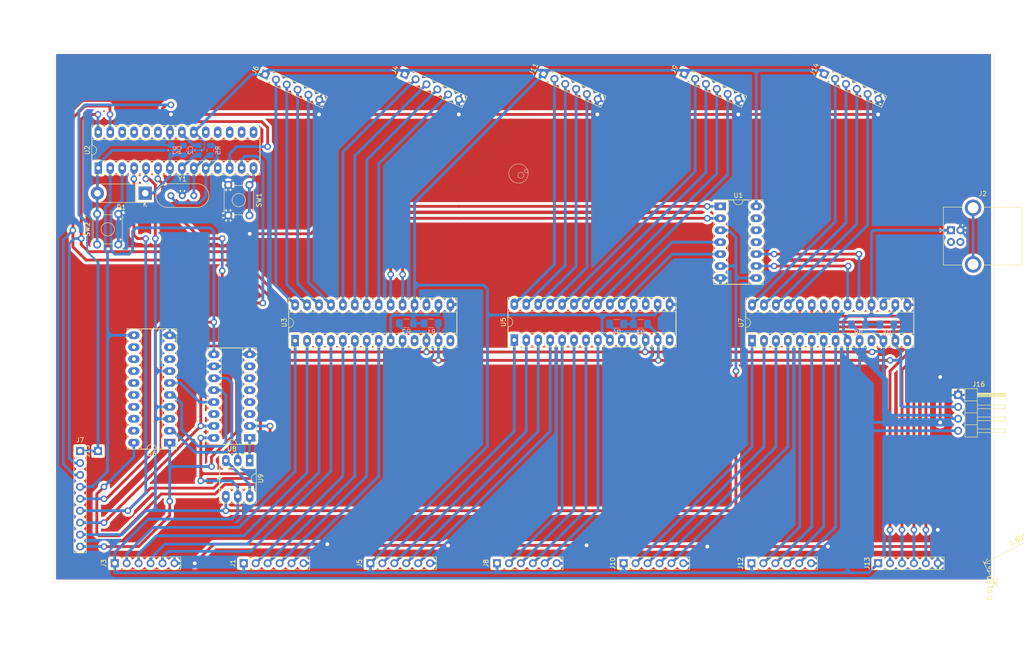
<source format=kicad_pcb>
(kicad_pcb (version 20171130) (host pcbnew "(5.1.5)-2")
  (layers (0 F.Cu signal) (31 B.Cu signal) (34 B.Paste user) (35 F.Paste user) (36 B.SilkS user hide) (37 F.SilkS user hide) (38 B.Mask user) (39 F.Mask user hide) (44 Edge.Cuts user))
  (net 0 "")
  (net 1 GND)
  (net 2 +5V)
  (net 3 /R2)
  (net 4 /G2)
  (net 5 /B2)
  (net 6 /DATA2)
  (net 7 "Net-(J2-Pad2)")
  (net 8 "Net-(J2-Pad3)")
  (net 9 "Net-(J2-Pad5)")
  (net 10 /DATA1)
  (net 11 /B1)
  (net 12 /G1)
  (net 13 /R1)
  (net 14 /DATA3)
  (net 15 /B3)
  (net 16 /G3)
  (net 17 /R3)
  (net 18 /DATA5)
  (net 19 /B5)
  (net 20 /G5)
  (net 21 /R5)
  (net 22 /R4)
  (net 23 /G4)
  (net 24 /B4)
  (net 25 /DATA4)
  (net 26 Servo)
  (net 27 /SCL)
  (net 28 /SDA)
  (net 29 /LE)
  (net 30 /Qh)
  (net 31 /CLK)
  (net 32 /CLK_INH)
  (net 33 /INTArduino)
  (net 34 /OE)
  (net 35 /R6)
  (net 36 /G6)
  (net 37 /B6)
  (net 38 /DATA6)
  (net 39 /DATA7)
  (net 40 /B7)
  (net 41 /G7)
  (net 42 /R7)
  (net 43 /DATA9)
  (net 44 /B9)
  (net 45 /G9)
  (net 46 /R9)
  (net 47 /R8)
  (net 48 /G8)
  (net 49 /B8)
  (net 50 /DATA8)
  (net 51 /R10)
  (net 52 /G10)
  (net 53 /B10)
  (net 54 /DATA10)
  (net 55 /R11)
  (net 56 /G11)
  (net 57 /B11)
  (net 58 /DATA11)
  (net 59 /DATA12)
  (net 60 /B12)
  (net 61 /G12)
  (net 62 /R12)
  (net 63 "Net-(U6-Pad2)")
  (net 64 "Net-(U6-Pad12)")
  (net 65 "Net-(U6-Pad13)")
  (net 66 "Net-(U6-Pad14)")
  (net 67 "Net-(U6-Pad5)")
  (net 68 "Net-(U6-Pad15)")
  (net 69 "Net-(U6-Pad6)")
  (net 70 "Net-(U6-Pad16)")
  (net 71 "Net-(U6-Pad17)")
  (net 72 "Net-(U6-Pad8)")
  (net 73 "Net-(U6-Pad18)")
  (net 74 "Net-(U6-Pad9)")
  (net 75 "Net-(U6-Pad19)")
  (net 76 "Net-(U8-Pad1)")
  (net 77 "Net-(U8-Pad3)")
  (net 78 "Net-(U8-Pad4)")
  (net 79 "Net-(U8-Pad5)")
  (net 80 "Net-(U8-Pad6)")
  (net 81 "Net-(U8-Pad14)")
  (net 82 "Net-(U8-Pad7)")
  (net 83 "Net-(U9-Pad3)")
  (net 84 "Net-(U3-Pad11)")
  (net 85 "Net-(U3-Pad14)")
  (net 86 "Net-(U5-Pad14)")
  (net 87 "Net-(U5-Pad11)")
  (net 88 "Net-(U7-Pad11)")
  (net 89 "Net-(U7-Pad14)")
  (net 90 "Net-(C2-Pad1)")
  (net 91 "Net-(D1-Pad2)")
  (net 92 "Net-(R5-Pad2)")
  (net 93 "Net-(R5-Pad1)")
  (net 94 "Net-(U2-Pad26)")
  (net 95 "Net-(U2-Pad25)")
  (net 96 "Net-(U2-Pad11)")
  (net 97 "Net-(U2-Pad24)")
  (net 98 "Net-(U2-Pad23)")
  (net 99 "Net-(U2-Pad19)")
  (net 100 "Net-(U2-Pad18)")
  (net 101 "Net-(U2-Pad17)")
  (net 102 "Net-(U2-Pad16)")
  (net 103 "Net-(U2-Pad15)")
  (net 104 "Net-(U1-Pad4)")
  (net 105 "Net-(U1-Pad10)")
  (net 106 "Net-(U1-Pad9)")
  (net 107 "Net-(U1-Pad2)")
  (net 108 "Net-(U1-Pad1)")
  (net 109 "Net-(U1-Pad5)")
  (net 110 "Net-(SW1-Pad1)")
  (module Button_Switch_THT:SW_TH_Tactile_Omron_B3F-10xx (layer F.Cu) (at 57.222 71.882 90)
    (fp_text reference SW2 (at 3.25 -2.05 90) (layer F.SilkS))
    (fp_text value SW_Push_MS)
    (pad 1 thru_hole circle (at 0 0 90) (size 1.7 1.7) (drill 1) (layers *.Cu *.Mask) (net 91 "Net-(D1-Pad2)"))
    (pad 2 thru_hole circle (at 6.5 0 90) (size 1.7 1.7) (drill 1) (layers *.Cu *.Mask) (net 91 "Net-(D1-Pad2)"))
    (pad 3 thru_hole circle (at 0 4.5 90) (size 1.7 1.7) (drill 1) (layers *.Cu *.Mask) (net 1 GND))
    (pad 4 thru_hole circle (at 6.5 4.5 90) (size 1.7 1.7) (drill 1) (layers *.Cu *.Mask) (net 1 GND))
  )
  (module Button_Switch_THT:SW_TH_Tactile_Omron_B3F-10xx (layer F.Cu) (at 89.59 59.182 270)
    (fp_text reference SW1 (at 3.25 -2.05 90) (layer F.SilkS))
    (fp_text value SW_Push_MS)
    (pad 1 thru_hole circle (at 0 0 270) (size 1.7 1.7) (drill 1) (layers *.Cu *.Mask) (net 110 "Net-(SW1-Pad1)"))
    (pad 2 thru_hole circle (at 6.5 0 270) (size 1.7 1.7) (drill 1) (layers *.Cu *.Mask) (net 110 "Net-(SW1-Pad1)"))
    (pad 3 thru_hole circle (at 0 4.5 270) (size 1.7 1.7) (drill 1) (layers *.Cu *.Mask) (net 1 GND))
    (pad 4 thru_hole circle (at 6.5 4.5 270) (size 1.7 1.7) (drill 1) (layers *.Cu *.Mask) (net 1 GND))
  )
  (module Connector_PinHeader_2.54mm:PinHeader_1x06_P2.54mm_Vertical (layer F.Cu) (at 60.96 139.7 90)
    (fp_text reference J3 (at 0 -2.33 90) (layer F.SilkS))
    (fp_text value Conn_01x06_Female)
    (pad 1 thru_hole rect (at 0 0 90) (size 1.7 1.7) (drill 1) (layers *.Cu *.Mask) (net 2 +5V))
    (pad 2 thru_hole oval (at 0 2.54 90) (size 1.7 1.7) (drill 1) (layers *.Cu *.Mask) (net 13 /R1))
    (pad 3 thru_hole oval (at 0 5.08 90) (size 1.7 1.7) (drill 1) (layers *.Cu *.Mask) (net 12 /G1))
    (pad 4 thru_hole oval (at 0 7.62 90) (size 1.7 1.7) (drill 1) (layers *.Cu *.Mask) (net 11 /B1))
    (pad 5 thru_hole oval (at 0 10.16 90) (size 1.7 1.7) (drill 1) (layers *.Cu *.Mask) (net 10 /DATA1))
    (pad 6 thru_hole oval (at 0 12.7 90) (size 1.7 1.7) (drill 1) (layers *.Cu *.Mask) (net 1 GND))
  )
  (module Package_DIP:DIP-6_W7.62mm_Socket_LongPads (layer F.Cu) (at 89.662 117.856 270)
    (fp_text reference U9 (at 3.81 -2.33 90) (layer F.SilkS))
    (fp_text value 74LVC2G04)
    (pad 1 thru_hole rect (at 0 0 270) (size 2.4 1.6) (drill 0.8) (layers *.Cu *.Mask) (net 76 "Net-(U8-Pad1)"))
    (pad 4 thru_hole oval (at 7.62 5.08 270) (size 2.4 1.6) (drill 0.8) (layers *.Cu *.Mask) (net 33 /INTArduino))
    (pad 2 thru_hole oval (at 0 2.54 270) (size 2.4 1.6) (drill 0.8) (layers *.Cu *.Mask) (net 1 GND))
    (pad 5 thru_hole oval (at 7.62 2.54 270) (size 2.4 1.6) (drill 0.8) (layers *.Cu *.Mask) (net 2 +5V))
    (pad 3 thru_hole oval (at 0 5.08 270) (size 2.4 1.6) (drill 0.8) (layers *.Cu *.Mask) (net 83 "Net-(U9-Pad3)"))
    (pad 6 thru_hole oval (at 7.62 0 270) (size 2.4 1.6) (drill 0.8) (layers *.Cu *.Mask) (net 83 "Net-(U9-Pad3)"))
  )
  (module Package_DIP:DIP-28_W7.62mm_Socket_LongPads (layer F.Cu) (at 196.469 92.329 90)
    (fp_text reference U7 (at 3.81 -2.33 90) (layer F.SilkS))
    (fp_text value MCP23017_SP)
    (pad 28 thru_hole oval (at 7.62 0 90) (size 2.4 1.6) (drill 0.8) (layers *.Cu *.Mask) (net 62 /R12))
    (pad 14 thru_hole oval (at 0 33.02 90) (size 2.4 1.6) (drill 0.8) (layers *.Cu *.Mask) (net 89 "Net-(U7-Pad14)"))
    (pad 27 thru_hole oval (at 7.62 2.54 90) (size 2.4 1.6) (drill 0.8) (layers *.Cu *.Mask) (net 61 /G12))
    (pad 13 thru_hole oval (at 0 30.48 90) (size 2.4 1.6) (drill 0.8) (layers *.Cu *.Mask) (net 28 /SDA))
    (pad 26 thru_hole oval (at 7.62 5.08 90) (size 2.4 1.6) (drill 0.8) (layers *.Cu *.Mask) (net 60 /B12))
    (pad 12 thru_hole oval (at 0 27.94 90) (size 2.4 1.6) (drill 0.8) (layers *.Cu *.Mask) (net 27 /SCL))
    (pad 25 thru_hole oval (at 7.62 7.62 90) (size 2.4 1.6) (drill 0.8) (layers *.Cu *.Mask) (net 59 /DATA12))
    (pad 11 thru_hole oval (at 0 25.4 90) (size 2.4 1.6) (drill 0.8) (layers *.Cu *.Mask) (net 88 "Net-(U7-Pad11)"))
    (pad 24 thru_hole oval (at 7.62 10.16 90) (size 2.4 1.6) (drill 0.8) (layers *.Cu *.Mask) (net 55 /R11))
    (pad 10 thru_hole oval (at 0 22.86 90) (size 2.4 1.6) (drill 0.8) (layers *.Cu *.Mask) (net 1 GND))
    (pad 23 thru_hole oval (at 7.62 12.7 90) (size 2.4 1.6) (drill 0.8) (layers *.Cu *.Mask) (net 56 /G11))
    (pad 9 thru_hole oval (at 0 20.32 90) (size 2.4 1.6) (drill 0.8) (layers *.Cu *.Mask) (net 2 +5V))
    (pad 22 thru_hole oval (at 7.62 15.24 90) (size 2.4 1.6) (drill 0.8) (layers *.Cu *.Mask) (net 57 /B11))
    (pad 8 thru_hole oval (at 0 17.78 90) (size 2.4 1.6) (drill 0.8) (layers *.Cu *.Mask) (net 54 /DATA10))
    (pad 21 thru_hole oval (at 7.62 17.78 90) (size 2.4 1.6) (drill 0.8) (layers *.Cu *.Mask) (net 58 /DATA11))
    (pad 7 thru_hole oval (at 0 15.24 90) (size 2.4 1.6) (drill 0.8) (layers *.Cu *.Mask) (net 53 /B10))
    (pad 20 thru_hole oval (at 7.62 20.32 90) (size 2.4 1.6) (drill 0.8) (layers *.Cu *.Mask) (net 106 "Net-(U1-Pad9)"))
    (pad 6 thru_hole oval (at 0 12.7 90) (size 2.4 1.6) (drill 0.8) (layers *.Cu *.Mask) (net 52 /G10))
    (pad 19 thru_hole oval (at 7.62 22.86 90) (size 2.4 1.6) (drill 0.8) (layers *.Cu *.Mask) (net 105 "Net-(U1-Pad10)"))
    (pad 5 thru_hole oval (at 0 10.16 90) (size 2.4 1.6) (drill 0.8) (layers *.Cu *.Mask) (net 51 /R10))
    (pad 18 thru_hole oval (at 7.62 25.4 90) (size 2.4 1.6) (drill 0.8) (layers *.Cu *.Mask) (net 2 +5V))
    (pad 4 thru_hole oval (at 0 7.62 90) (size 2.4 1.6) (drill 0.8) (layers *.Cu *.Mask) (net 43 /DATA9))
    (pad 17 thru_hole oval (at 7.62 27.94 90) (size 2.4 1.6) (drill 0.8) (layers *.Cu *.Mask) (net 1 GND))
    (pad 3 thru_hole oval (at 0 5.08 90) (size 2.4 1.6) (drill 0.8) (layers *.Cu *.Mask) (net 44 /B9))
    (pad 16 thru_hole oval (at 7.62 30.48 90) (size 2.4 1.6) (drill 0.8) (layers *.Cu *.Mask) (net 2 +5V))
    (pad 2 thru_hole oval (at 0 2.54 90) (size 2.4 1.6) (drill 0.8) (layers *.Cu *.Mask) (net 45 /G9))
    (pad 15 thru_hole oval (at 7.62 33.02 90) (size 2.4 1.6) (drill 0.8) (layers *.Cu *.Mask) (net 1 GND))
    (pad 1 thru_hole rect (at 0 0 90) (size 2.4 1.6) (drill 0.8) (layers *.Cu *.Mask) (net 46 /R9))
  )
  (module Package_DIP:DIP-28_W7.62mm_Socket_LongPads (layer F.Cu) (at 99.314 92.329 90)
    (fp_text reference U3 (at 3.81 -2.33 90) (layer F.SilkS))
    (fp_text value MCP23017_SP)
    (pad 1 thru_hole rect (at 0 0 90) (size 2.4 1.6) (drill 0.8) (layers *.Cu *.Mask) (net 13 /R1))
    (pad 15 thru_hole oval (at 7.62 33.02 90) (size 2.4 1.6) (drill 0.8) (layers *.Cu *.Mask) (net 1 GND))
    (pad 2 thru_hole oval (at 0 2.54 90) (size 2.4 1.6) (drill 0.8) (layers *.Cu *.Mask) (net 12 /G1))
    (pad 16 thru_hole oval (at 7.62 30.48 90) (size 2.4 1.6) (drill 0.8) (layers *.Cu *.Mask) (net 2 +5V))
    (pad 3 thru_hole oval (at 0 5.08 90) (size 2.4 1.6) (drill 0.8) (layers *.Cu *.Mask) (net 11 /B1))
    (pad 17 thru_hole oval (at 7.62 27.94 90) (size 2.4 1.6) (drill 0.8) (layers *.Cu *.Mask) (net 1 GND))
    (pad 4 thru_hole oval (at 0 7.62 90) (size 2.4 1.6) (drill 0.8) (layers *.Cu *.Mask) (net 10 /DATA1))
    (pad 18 thru_hole oval (at 7.62 25.4 90) (size 2.4 1.6) (drill 0.8) (layers *.Cu *.Mask) (net 2 +5V))
    (pad 5 thru_hole oval (at 0 10.16 90) (size 2.4 1.6) (drill 0.8) (layers *.Cu *.Mask) (net 3 /R2))
    (pad 19 thru_hole oval (at 7.62 22.86 90) (size 2.4 1.6) (drill 0.8) (layers *.Cu *.Mask) (net 107 "Net-(U1-Pad2)"))
    (pad 6 thru_hole oval (at 0 12.7 90) (size 2.4 1.6) (drill 0.8) (layers *.Cu *.Mask) (net 4 /G2))
    (pad 20 thru_hole oval (at 7.62 20.32 90) (size 2.4 1.6) (drill 0.8) (layers *.Cu *.Mask) (net 108 "Net-(U1-Pad1)"))
    (pad 7 thru_hole oval (at 0 15.24 90) (size 2.4 1.6) (drill 0.8) (layers *.Cu *.Mask) (net 5 /B2))
    (pad 21 thru_hole oval (at 7.62 17.78 90) (size 2.4 1.6) (drill 0.8) (layers *.Cu *.Mask) (net 14 /DATA3))
    (pad 8 thru_hole oval (at 0 17.78 90) (size 2.4 1.6) (drill 0.8) (layers *.Cu *.Mask) (net 6 /DATA2))
    (pad 22 thru_hole oval (at 7.62 15.24 90) (size 2.4 1.6) (drill 0.8) (layers *.Cu *.Mask) (net 15 /B3))
    (pad 9 thru_hole oval (at 0 20.32 90) (size 2.4 1.6) (drill 0.8) (layers *.Cu *.Mask) (net 2 +5V))
    (pad 23 thru_hole oval (at 7.62 12.7 90) (size 2.4 1.6) (drill 0.8) (layers *.Cu *.Mask) (net 16 /G3))
    (pad 10 thru_hole oval (at 0 22.86 90) (size 2.4 1.6) (drill 0.8) (layers *.Cu *.Mask) (net 1 GND))
    (pad 24 thru_hole oval (at 7.62 10.16 90) (size 2.4 1.6) (drill 0.8) (layers *.Cu *.Mask) (net 17 /R3))
    (pad 11 thru_hole oval (at 0 25.4 90) (size 2.4 1.6) (drill 0.8) (layers *.Cu *.Mask) (net 84 "Net-(U3-Pad11)"))
    (pad 25 thru_hole oval (at 7.62 7.62 90) (size 2.4 1.6) (drill 0.8) (layers *.Cu *.Mask) (net 25 /DATA4))
    (pad 12 thru_hole oval (at 0 27.94 90) (size 2.4 1.6) (drill 0.8) (layers *.Cu *.Mask) (net 27 /SCL))
    (pad 26 thru_hole oval (at 7.62 5.08 90) (size 2.4 1.6) (drill 0.8) (layers *.Cu *.Mask) (net 24 /B4))
    (pad 13 thru_hole oval (at 0 30.48 90) (size 2.4 1.6) (drill 0.8) (layers *.Cu *.Mask) (net 28 /SDA))
    (pad 27 thru_hole oval (at 7.62 2.54 90) (size 2.4 1.6) (drill 0.8) (layers *.Cu *.Mask) (net 23 /G4))
    (pad 14 thru_hole oval (at 0 33.02 90) (size 2.4 1.6) (drill 0.8) (layers *.Cu *.Mask) (net 85 "Net-(U3-Pad14)"))
    (pad 28 thru_hole oval (at 7.62 0 90) (size 2.4 1.6) (drill 0.8) (layers *.Cu *.Mask) (net 22 /R4))
  )
  (module Package_DIP:DIP-14_W7.62mm_Socket_LongPads (layer F.Cu) (at 189.738 63.754)
    (fp_text reference U1 (at 3.81 -2.33) (layer F.SilkS))
    (fp_text value 74LS32)
    (pad 14 thru_hole oval (at 7.62 0) (size 2.4 1.6) (drill 0.8) (layers *.Cu *.Mask) (net 2 +5V))
    (pad 7 thru_hole oval (at 0 15.24) (size 2.4 1.6) (drill 0.8) (layers *.Cu *.Mask) (net 1 GND))
    (pad 13 thru_hole oval (at 7.62 2.54) (size 2.4 1.6) (drill 0.8) (layers *.Cu *.Mask))
    (pad 6 thru_hole oval (at 0 12.7) (size 2.4 1.6) (drill 0.8) (layers *.Cu *.Mask) (net 33 /INTArduino))
    (pad 12 thru_hole oval (at 7.62 5.08) (size 2.4 1.6) (drill 0.8) (layers *.Cu *.Mask))
    (pad 5 thru_hole oval (at 0 10.16) (size 2.4 1.6) (drill 0.8) (layers *.Cu *.Mask) (net 109 "Net-(U1-Pad5)"))
    (pad 11 thru_hole oval (at 7.62 7.62) (size 2.4 1.6) (drill 0.8) (layers *.Cu *.Mask))
    (pad 4 thru_hole oval (at 0 7.62) (size 2.4 1.6) (drill 0.8) (layers *.Cu *.Mask) (net 104 "Net-(U1-Pad4)"))
    (pad 10 thru_hole oval (at 7.62 10.16) (size 2.4 1.6) (drill 0.8) (layers *.Cu *.Mask) (net 105 "Net-(U1-Pad10)"))
    (pad 3 thru_hole oval (at 0 5.08) (size 2.4 1.6) (drill 0.8) (layers *.Cu *.Mask) (net 33 /INTArduino))
    (pad 9 thru_hole oval (at 7.62 12.7) (size 2.4 1.6) (drill 0.8) (layers *.Cu *.Mask) (net 106 "Net-(U1-Pad9)"))
    (pad 2 thru_hole oval (at 0 2.54) (size 2.4 1.6) (drill 0.8) (layers *.Cu *.Mask) (net 107 "Net-(U1-Pad2)"))
    (pad 8 thru_hole oval (at 7.62 15.24) (size 2.4 1.6) (drill 0.8) (layers *.Cu *.Mask) (net 33 /INTArduino))
    (pad 1 thru_hole rect (at 0 0) (size 2.4 1.6) (drill 0.8) (layers *.Cu *.Mask) (net 108 "Net-(U1-Pad1)"))
  )
  (module Package_DIP:DIP-28_W7.62mm_Socket_LongPads (layer F.Cu) (at 145.923 92.202 90)
    (fp_text reference U5 (at 3.81 -2.33 90) (layer F.SilkS))
    (fp_text value MCP23017_SP)
    (pad 28 thru_hole oval (at 7.62 0 90) (size 2.4 1.6) (drill 0.8) (layers *.Cu *.Mask) (net 47 /R8))
    (pad 14 thru_hole oval (at 0 33.02 90) (size 2.4 1.6) (drill 0.8) (layers *.Cu *.Mask) (net 86 "Net-(U5-Pad14)"))
    (pad 27 thru_hole oval (at 7.62 2.54 90) (size 2.4 1.6) (drill 0.8) (layers *.Cu *.Mask) (net 48 /G8))
    (pad 13 thru_hole oval (at 0 30.48 90) (size 2.4 1.6) (drill 0.8) (layers *.Cu *.Mask) (net 28 /SDA))
    (pad 26 thru_hole oval (at 7.62 5.08 90) (size 2.4 1.6) (drill 0.8) (layers *.Cu *.Mask) (net 49 /B8))
    (pad 12 thru_hole oval (at 0 27.94 90) (size 2.4 1.6) (drill 0.8) (layers *.Cu *.Mask) (net 27 /SCL))
    (pad 25 thru_hole oval (at 7.62 7.62 90) (size 2.4 1.6) (drill 0.8) (layers *.Cu *.Mask) (net 50 /DATA8))
    (pad 11 thru_hole oval (at 0 25.4 90) (size 2.4 1.6) (drill 0.8) (layers *.Cu *.Mask) (net 87 "Net-(U5-Pad11)"))
    (pad 24 thru_hole oval (at 7.62 10.16 90) (size 2.4 1.6) (drill 0.8) (layers *.Cu *.Mask) (net 42 /R7))
    (pad 10 thru_hole oval (at 0 22.86 90) (size 2.4 1.6) (drill 0.8) (layers *.Cu *.Mask) (net 1 GND))
    (pad 23 thru_hole oval (at 7.62 12.7 90) (size 2.4 1.6) (drill 0.8) (layers *.Cu *.Mask) (net 41 /G7))
    (pad 9 thru_hole oval (at 0 20.32 90) (size 2.4 1.6) (drill 0.8) (layers *.Cu *.Mask) (net 2 +5V))
    (pad 22 thru_hole oval (at 7.62 15.24 90) (size 2.4 1.6) (drill 0.8) (layers *.Cu *.Mask) (net 40 /B7))
    (pad 8 thru_hole oval (at 0 17.78 90) (size 2.4 1.6) (drill 0.8) (layers *.Cu *.Mask) (net 38 /DATA6))
    (pad 21 thru_hole oval (at 7.62 17.78 90) (size 2.4 1.6) (drill 0.8) (layers *.Cu *.Mask) (net 39 /DATA7))
    (pad 7 thru_hole oval (at 0 15.24 90) (size 2.4 1.6) (drill 0.8) (layers *.Cu *.Mask) (net 37 /B6))
    (pad 20 thru_hole oval (at 7.62 20.32 90) (size 2.4 1.6) (drill 0.8) (layers *.Cu *.Mask) (net 104 "Net-(U1-Pad4)"))
    (pad 6 thru_hole oval (at 0 12.7 90) (size 2.4 1.6) (drill 0.8) (layers *.Cu *.Mask) (net 36 /G6))
    (pad 19 thru_hole oval (at 7.62 22.86 90) (size 2.4 1.6) (drill 0.8) (layers *.Cu *.Mask) (net 109 "Net-(U1-Pad5)"))
    (pad 5 thru_hole oval (at 0 10.16 90) (size 2.4 1.6) (drill 0.8) (layers *.Cu *.Mask) (net 35 /R6))
    (pad 18 thru_hole oval (at 7.62 25.4 90) (size 2.4 1.6) (drill 0.8) (layers *.Cu *.Mask) (net 2 +5V))
    (pad 4 thru_hole oval (at 0 7.62 90) (size 2.4 1.6) (drill 0.8) (layers *.Cu *.Mask) (net 18 /DATA5))
    (pad 17 thru_hole oval (at 7.62 27.94 90) (size 2.4 1.6) (drill 0.8) (layers *.Cu *.Mask) (net 1 GND))
    (pad 3 thru_hole oval (at 0 5.08 90) (size 2.4 1.6) (drill 0.8) (layers *.Cu *.Mask) (net 19 /B5))
    (pad 16 thru_hole oval (at 7.62 30.48 90) (size 2.4 1.6) (drill 0.8) (layers *.Cu *.Mask) (net 2 +5V))
    (pad 2 thru_hole oval (at 0 2.54 90) (size 2.4 1.6) (drill 0.8) (layers *.Cu *.Mask) (net 20 /G5))
    (pad 15 thru_hole oval (at 7.62 33.02 90) (size 2.4 1.6) (drill 0.8) (layers *.Cu *.Mask) (net 1 GND))
    (pad 1 thru_hole rect (at 0 0 90) (size 2.4 1.6) (drill 0.8) (layers *.Cu *.Mask) (net 21 /R5))
  )
  (module Diode_THT:D_5W_P10.16mm_Horizontal (layer F.Cu) (at 67.437 60.96 180)
    (fp_text reference D1 (at 5.08 -2.97) (layer F.SilkS))
    (fp_text value D)
    (fp_text user K (at 0 -2.4) (layer F.SilkS))
    (pad 2 thru_hole oval (at 10.16 0 180) (size 2.8 2.8) (drill 1.4) (layers *.Cu *.Mask) (net 91 "Net-(D1-Pad2)"))
    (pad 1 thru_hole rect (at 0 0 180) (size 2.8 2.8) (drill 1.4) (layers *.Cu *.Mask) (net 2 +5V))
  )
  (module Resistor_SMD:R_0805_2012Metric_Pad1.15x1.40mm_HandSolder (layer B.Cu) (at 75.565 51.825 270)
    (fp_text reference R7 (at 0 1.65 90) (layer B.SilkS) (effects (justify mirror)))
    (fp_text value 10k)
    (pad 2 smd roundrect (at 1.025 0 270) (size 1.15 1.4) (layers B.Cu B.Paste B.Mask) (roundrect_rratio 0.217391) (net 2 +5V))
    (pad 1 smd roundrect (at -1.025 0 270) (size 1.15 1.4) (layers B.Cu B.Paste B.Mask) (roundrect_rratio 0.217391) (net 91 "Net-(D1-Pad2)"))
  )
  (module Resistor_SMD:R_0805_2012Metric_Pad1.15x1.40mm_HandSolder (layer B.Cu) (at 81.28 51.825 90)
    (fp_text reference R5 (at 0 1.65 90) (layer B.SilkS) (effects (justify mirror)))
    (fp_text value 1M)
    (pad 2 smd roundrect (at 1.025 0 90) (size 1.15 1.4) (layers B.Cu B.Paste B.Mask) (roundrect_rratio 0.217391) (net 92 "Net-(R5-Pad2)"))
    (pad 1 smd roundrect (at -1.025 0 90) (size 1.15 1.4) (layers B.Cu B.Paste B.Mask) (roundrect_rratio 0.217391) (net 93 "Net-(R5-Pad1)"))
  )
  (module Capacitor_SMD:C_0805_2012Metric_Pad1.15x1.40mm_HandSolder (layer B.Cu) (at 78.74 51.807 270)
    (fp_text reference C2 (at 0 1.65 90) (layer B.SilkS) (effects (justify mirror)))
    (fp_text value 100n)
    (pad 2 smd roundrect (at 1.025 0 270) (size 1.15 1.4) (layers B.Cu B.Paste B.Mask) (roundrect_rratio 0.217391) (net 1 GND))
    (pad 1 smd roundrect (at -1.025 0 270) (size 1.15 1.4) (layers B.Cu B.Paste B.Mask) (roundrect_rratio 0.217391) (net 90 "Net-(C2-Pad1)"))
  )
  (module Capacitor_SMD:C_0805_2012Metric_Pad1.15x1.40mm_HandSolder (layer B.Cu) (at 73.025 51.7795 90)
    (fp_text reference C4 (at 0 1.65 90) (layer B.SilkS) (effects (justify mirror)))
    (fp_text value 100n)
    (pad 2 smd roundrect (at 1.025 0 90) (size 1.15 1.4) (layers B.Cu B.Paste B.Mask) (roundrect_rratio 0.217391) (net 1 GND))
    (pad 1 smd roundrect (at -1.025 0 90) (size 1.15 1.4) (layers B.Cu B.Paste B.Mask) (roundrect_rratio 0.217391) (net 2 +5V))
  )
  (module Crystal:Crystal_HC49-U-3Pin_Vertical (layer F.Cu) (at 72.898 61.468)
    (fp_text reference Y1 (at 2.44 -3.525) (layer F.SilkS))
    (fp_text value Crystal_GND2)
    (pad 3 thru_hole circle (at 4.88 0) (size 1.5 1.5) (drill 0.8) (layers *.Cu *.Mask) (net 93 "Net-(R5-Pad1)"))
    (pad 2 thru_hole circle (at 2.44 0) (size 1.5 1.5) (drill 0.8) (layers *.Cu *.Mask) (net 1 GND))
    (pad 1 thru_hole circle (at 0 0) (size 1.5 1.5) (drill 0.8) (layers *.Cu *.Mask) (net 92 "Net-(R5-Pad2)"))
  )
  (module Package_DIP:DIP-28_W7.62mm_Socket_LongPads (layer F.Cu) (at 57.46 55.597 90)
    (fp_text reference U2 (at 3.81 -2.33 90) (layer F.SilkS))
    (fp_text value ATmega328P-PU)
    (pad 28 thru_hole oval (at 7.62 0 90) (size 2.4 1.6) (drill 0.8) (layers *.Cu *.Mask) (net 27 /SCL))
    (pad 14 thru_hole oval (at 0 33.02 90) (size 2.4 1.6) (drill 0.8) (layers *.Cu *.Mask) (net 110 "Net-(SW1-Pad1)"))
    (pad 27 thru_hole oval (at 7.62 2.54 90) (size 2.4 1.6) (drill 0.8) (layers *.Cu *.Mask) (net 28 /SDA))
    (pad 13 thru_hole oval (at 0 30.48 90) (size 2.4 1.6) (drill 0.8) (layers *.Cu *.Mask) (net 34 /OE))
    (pad 26 thru_hole oval (at 7.62 5.08 90) (size 2.4 1.6) (drill 0.8) (layers *.Cu *.Mask) (net 94 "Net-(U2-Pad26)"))
    (pad 12 thru_hole oval (at 0 27.94 90) (size 2.4 1.6) (drill 0.8) (layers *.Cu *.Mask) (net 26 Servo))
    (pad 25 thru_hole oval (at 7.62 7.62 90) (size 2.4 1.6) (drill 0.8) (layers *.Cu *.Mask) (net 95 "Net-(U2-Pad25)"))
    (pad 11 thru_hole oval (at 0 25.4 90) (size 2.4 1.6) (drill 0.8) (layers *.Cu *.Mask) (net 96 "Net-(U2-Pad11)"))
    (pad 24 thru_hole oval (at 7.62 10.16 90) (size 2.4 1.6) (drill 0.8) (layers *.Cu *.Mask) (net 97 "Net-(U2-Pad24)"))
    (pad 10 thru_hole oval (at 0 22.86 90) (size 2.4 1.6) (drill 0.8) (layers *.Cu *.Mask) (net 92 "Net-(R5-Pad2)"))
    (pad 23 thru_hole oval (at 7.62 12.7 90) (size 2.4 1.6) (drill 0.8) (layers *.Cu *.Mask) (net 98 "Net-(U2-Pad23)"))
    (pad 9 thru_hole oval (at 0 20.32 90) (size 2.4 1.6) (drill 0.8) (layers *.Cu *.Mask) (net 93 "Net-(R5-Pad1)"))
    (pad 22 thru_hole oval (at 7.62 15.24 90) (size 2.4 1.6) (drill 0.8) (layers *.Cu *.Mask) (net 1 GND))
    (pad 8 thru_hole oval (at 0 17.78 90) (size 2.4 1.6) (drill 0.8) (layers *.Cu *.Mask) (net 1 GND))
    (pad 21 thru_hole oval (at 7.62 17.78 90) (size 2.4 1.6) (drill 0.8) (layers *.Cu *.Mask) (net 90 "Net-(C2-Pad1)"))
    (pad 7 thru_hole oval (at 0 15.24 90) (size 2.4 1.6) (drill 0.8) (layers *.Cu *.Mask) (net 2 +5V))
    (pad 20 thru_hole oval (at 7.62 20.32 90) (size 2.4 1.6) (drill 0.8) (layers *.Cu *.Mask) (net 2 +5V))
    (pad 6 thru_hole oval (at 0 12.7 90) (size 2.4 1.6) (drill 0.8) (layers *.Cu *.Mask) (net 32 /CLK_INH))
    (pad 19 thru_hole oval (at 7.62 22.86 90) (size 2.4 1.6) (drill 0.8) (layers *.Cu *.Mask) (net 99 "Net-(U2-Pad19)"))
    (pad 5 thru_hole oval (at 0 10.16 90) (size 2.4 1.6) (drill 0.8) (layers *.Cu *.Mask) (net 33 /INTArduino))
    (pad 18 thru_hole oval (at 7.62 25.4 90) (size 2.4 1.6) (drill 0.8) (layers *.Cu *.Mask) (net 100 "Net-(U2-Pad18)"))
    (pad 4 thru_hole oval (at 0 7.62 90) (size 2.4 1.6) (drill 0.8) (layers *.Cu *.Mask) (net 31 /CLK))
    (pad 17 thru_hole oval (at 7.62 27.94 90) (size 2.4 1.6) (drill 0.8) (layers *.Cu *.Mask) (net 101 "Net-(U2-Pad17)"))
    (pad 3 thru_hole oval (at 0 5.08 90) (size 2.4 1.6) (drill 0.8) (layers *.Cu *.Mask) (net 30 /Qh))
    (pad 16 thru_hole oval (at 7.62 30.48 90) (size 2.4 1.6) (drill 0.8) (layers *.Cu *.Mask) (net 102 "Net-(U2-Pad16)"))
    (pad 2 thru_hole oval (at 0 2.54 90) (size 2.4 1.6) (drill 0.8) (layers *.Cu *.Mask) (net 29 /LE))
    (pad 15 thru_hole oval (at 7.62 33.02 90) (size 2.4 1.6) (drill 0.8) (layers *.Cu *.Mask) (net 103 "Net-(U2-Pad15)"))
    (pad 1 thru_hole rect (at 0 0 90) (size 2.4 1.6) (drill 0.8) (layers *.Cu *.Mask) (net 91 "Net-(D1-Pad2)"))
  )
  (module Connector_PinHeader_2.54mm:PinHeader_1x01_P2.54mm_Vertical (layer F.Cu) (at 57.404 115.824 90)
    (fp_text reference J15 (at 0 -2.33 90) (layer F.SilkS))
    (fp_text value Conn_01x01_Male)
    (pad 1 thru_hole rect (at 0 0 90) (size 1.7 1.7) (drill 1) (layers *.Cu *.Mask) (net 26 Servo))
  )
  (module Connector_PinHeader_2.54mm:PinHeader_1x09_P2.54mm_Vertical (layer F.Cu) (at 53.594 115.824)
    (fp_text reference J7 (at 0 -2.33) (layer F.SilkS))
    (fp_text value Conn_01x09_Male)
    (pad 9 thru_hole oval (at 0 20.32) (size 1.7 1.7) (drill 1) (layers *.Cu *.Mask) (net 34 /OE))
    (pad 8 thru_hole oval (at 0 17.78) (size 1.7 1.7) (drill 1) (layers *.Cu *.Mask) (net 33 /INTArduino))
    (pad 7 thru_hole oval (at 0 15.24) (size 1.7 1.7) (drill 1) (layers *.Cu *.Mask) (net 32 /CLK_INH))
    (pad 6 thru_hole oval (at 0 12.7) (size 1.7 1.7) (drill 1) (layers *.Cu *.Mask) (net 31 /CLK))
    (pad 5 thru_hole oval (at 0 10.16) (size 1.7 1.7) (drill 1) (layers *.Cu *.Mask) (net 30 /Qh))
    (pad 4 thru_hole oval (at 0 7.62) (size 1.7 1.7) (drill 1) (layers *.Cu *.Mask) (net 29 /LE))
    (pad 3 thru_hole oval (at 0 5.08) (size 1.7 1.7) (drill 1) (layers *.Cu *.Mask) (net 28 /SDA))
    (pad 2 thru_hole oval (at 0 2.54) (size 1.7 1.7) (drill 1) (layers *.Cu *.Mask) (net 27 /SCL))
    (pad 1 thru_hole rect (at 0 0) (size 1.7 1.7) (drill 1) (layers *.Cu *.Mask) (net 26 Servo))
  )
  (module Connector_PinHeader_2.54mm:PinHeader_1x04_P2.54mm_Horizontal (layer F.Cu) (at 240.284 103.886)
    (fp_text reference J16 (at 4.385 -2.27) (layer F.SilkS))
    (fp_text value Conn_01x04_Male)
    (pad 4 thru_hole oval (at 0 7.62) (size 1.7 1.7) (drill 1) (layers *.Cu *.Mask) (net 2 +5V))
    (pad 3 thru_hole oval (at 0 5.08) (size 1.7 1.7) (drill 1) (layers *.Cu *.Mask) (net 27 /SCL))
    (pad 2 thru_hole oval (at 0 2.54) (size 1.7 1.7) (drill 1) (layers *.Cu *.Mask) (net 28 /SDA))
    (pad 1 thru_hole rect (at 0 0) (size 1.7 1.7) (drill 1) (layers *.Cu *.Mask) (net 1 GND))
  )
  (module Connector_USB:USB_B_OST_USB-B1HSxx_Horizontal (layer F.Cu) (at 238.76 68.834)
    (fp_text reference J2 (at 6.76 -7.77) (layer F.SilkS))
    (fp_text value USB_B)
    (pad 5 thru_hole circle (at 4.71 7.27) (size 3.5 3.5) (drill 2.33) (layers *.Cu *.Mask) (net 9 "Net-(J2-Pad5)"))
    (pad 5 thru_hole circle (at 4.71 -4.77) (size 3.5 3.5) (drill 2.33) (layers *.Cu *.Mask) (net 9 "Net-(J2-Pad5)"))
    (pad 4 thru_hole circle (at 2 0) (size 1.7 1.7) (drill 0.92) (layers *.Cu *.Mask) (net 1 GND))
    (pad 3 thru_hole circle (at 2 2.5) (size 1.7 1.7) (drill 0.92) (layers *.Cu *.Mask) (net 8 "Net-(J2-Pad3)"))
    (pad 2 thru_hole circle (at 0 2.5) (size 1.7 1.7) (drill 0.92) (layers *.Cu *.Mask) (net 7 "Net-(J2-Pad2)"))
    (pad 1 thru_hole rect (at 0 0) (size 1.7 1.7) (drill 0.92) (layers *.Cu *.Mask) (net 2 +5V))
  )
  (module Connector_PinHeader_2.54mm:PinHeader_1x06_P2.54mm_Vertical (layer F.Cu) (at 88.392 139.7 90)
    (fp_text reference J1 (at 0 -2.33 90) (layer F.SilkS))
    (fp_text value Conn_01x06_Female)
    (pad 1 thru_hole rect (at 0 0 90) (size 1.7 1.7) (drill 1) (layers *.Cu *.Mask) (net 2 +5V))
    (pad 2 thru_hole oval (at 0 2.54 90) (size 1.7 1.7) (drill 1) (layers *.Cu *.Mask) (net 3 /R2))
    (pad 3 thru_hole oval (at 0 5.08 90) (size 1.7 1.7) (drill 1) (layers *.Cu *.Mask) (net 4 /G2))
    (pad 4 thru_hole oval (at 0 7.62 90) (size 1.7 1.7) (drill 1) (layers *.Cu *.Mask) (net 5 /B2))
    (pad 5 thru_hole oval (at 0 10.16 90) (size 1.7 1.7) (drill 1) (layers *.Cu *.Mask) (net 6 /DATA2))
    (pad 6 thru_hole oval (at 0 12.7 90) (size 1.7 1.7) (drill 1) (layers *.Cu *.Mask) (net 1 GND))
  )
  (module Connector_PinHeader_2.54mm:PinHeader_1x06_P2.54mm_Vertical (layer F.Cu) (at 122.633935 35.641649 65)
    (fp_text reference J4 (at 0 -2.33 65) (layer F.SilkS))
    (fp_text value Conn_01x06_Female)
    (pad 1 thru_hole rect (at 0 0 65) (size 1.7 1.7) (drill 1) (layers *.Cu *.Mask) (net 2 +5V))
    (pad 2 thru_hole oval (at 0 2.54 65) (size 1.7 1.7) (drill 1) (layers *.Cu *.Mask) (net 17 /R3))
    (pad 3 thru_hole oval (at 0 5.08 65) (size 1.7 1.7) (drill 1) (layers *.Cu *.Mask) (net 16 /G3))
    (pad 4 thru_hole oval (at 0 7.62 65) (size 1.7 1.7) (drill 1) (layers *.Cu *.Mask) (net 15 /B3))
    (pad 5 thru_hole oval (at 0 10.16 65) (size 1.7 1.7) (drill 1) (layers *.Cu *.Mask) (net 14 /DATA3))
    (pad 6 thru_hole oval (at 0 12.7 65) (size 1.7 1.7) (drill 1) (layers *.Cu *.Mask) (net 1 GND))
  )
  (module Connector_PinHeader_2.54mm:PinHeader_1x06_P2.54mm_Vertical (layer F.Cu) (at 115.316 139.7 90)
    (fp_text reference J5 (at 0 -2.33 90) (layer F.SilkS))
    (fp_text value Conn_01x06_Female)
    (pad 1 thru_hole rect (at 0 0 90) (size 1.7 1.7) (drill 1) (layers *.Cu *.Mask) (net 2 +5V))
    (pad 2 thru_hole oval (at 0 2.54 90) (size 1.7 1.7) (drill 1) (layers *.Cu *.Mask) (net 21 /R5))
    (pad 3 thru_hole oval (at 0 5.08 90) (size 1.7 1.7) (drill 1) (layers *.Cu *.Mask) (net 20 /G5))
    (pad 4 thru_hole oval (at 0 7.62 90) (size 1.7 1.7) (drill 1) (layers *.Cu *.Mask) (net 19 /B5))
    (pad 5 thru_hole oval (at 0 10.16 90) (size 1.7 1.7) (drill 1) (layers *.Cu *.Mask) (net 18 /DATA5))
    (pad 6 thru_hole oval (at 0 12.7 90) (size 1.7 1.7) (drill 1) (layers *.Cu *.Mask) (net 1 GND))
  )
  (module Connector_PinHeader_2.54mm:PinHeader_1x06_P2.54mm_Vertical (layer F.Cu) (at 92.931956 35.699099 65)
    (fp_text reference J6 (at 0 -2.33 65) (layer F.SilkS))
    (fp_text value Conn_01x06_Female)
    (pad 1 thru_hole rect (at 0 0 65) (size 1.7 1.7) (drill 1) (layers *.Cu *.Mask) (net 2 +5V))
    (pad 2 thru_hole oval (at 0 2.54 65) (size 1.7 1.7) (drill 1) (layers *.Cu *.Mask) (net 22 /R4))
    (pad 3 thru_hole oval (at 0 5.08 65) (size 1.7 1.7) (drill 1) (layers *.Cu *.Mask) (net 23 /G4))
    (pad 4 thru_hole oval (at 0 7.62 65) (size 1.7 1.7) (drill 1) (layers *.Cu *.Mask) (net 24 /B4))
    (pad 5 thru_hole oval (at 0 10.16 65) (size 1.7 1.7) (drill 1) (layers *.Cu *.Mask) (net 25 /DATA4))
    (pad 6 thru_hole oval (at 0 12.7 65) (size 1.7 1.7) (drill 1) (layers *.Cu *.Mask) (net 1 GND))
  )
  (module Connector_PinHeader_2.54mm:PinHeader_1x06_P2.54mm_Vertical (layer F.Cu) (at 142.24 139.7 90)
    (fp_text reference J8 (at 0 -2.33 90) (layer F.SilkS))
    (fp_text value Conn_01x06_Female)
    (pad 1 thru_hole rect (at 0 0 90) (size 1.7 1.7) (drill 1) (layers *.Cu *.Mask) (net 2 +5V))
    (pad 2 thru_hole oval (at 0 2.54 90) (size 1.7 1.7) (drill 1) (layers *.Cu *.Mask) (net 35 /R6))
    (pad 3 thru_hole oval (at 0 5.08 90) (size 1.7 1.7) (drill 1) (layers *.Cu *.Mask) (net 36 /G6))
    (pad 4 thru_hole oval (at 0 7.62 90) (size 1.7 1.7) (drill 1) (layers *.Cu *.Mask) (net 37 /B6))
    (pad 5 thru_hole oval (at 0 10.16 90) (size 1.7 1.7) (drill 1) (layers *.Cu *.Mask) (net 38 /DATA6))
    (pad 6 thru_hole oval (at 0 12.7 90) (size 1.7 1.7) (drill 1) (layers *.Cu *.Mask) (net 1 GND))
  )
  (module Connector_PinHeader_2.54mm:PinHeader_1x06_P2.54mm_Vertical (layer F.Cu) (at 182.069935 35.56 65)
    (fp_text reference J9 (at 0 -2.33 65) (layer F.SilkS))
    (fp_text value Conn_01x06_Female)
    (pad 1 thru_hole rect (at 0 0 65) (size 1.7 1.7) (drill 1) (layers *.Cu *.Mask) (net 2 +5V))
    (pad 2 thru_hole oval (at 0 2.54 65) (size 1.7 1.7) (drill 1) (layers *.Cu *.Mask) (net 42 /R7))
    (pad 3 thru_hole oval (at 0 5.08 65) (size 1.7 1.7) (drill 1) (layers *.Cu *.Mask) (net 41 /G7))
    (pad 4 thru_hole oval (at 0 7.62 65) (size 1.7 1.7) (drill 1) (layers *.Cu *.Mask) (net 40 /B7))
    (pad 5 thru_hole oval (at 0 10.16 65) (size 1.7 1.7) (drill 1) (layers *.Cu *.Mask) (net 39 /DATA7))
    (pad 6 thru_hole oval (at 0 12.7 65) (size 1.7 1.7) (drill 1) (layers *.Cu *.Mask) (net 1 GND))
  )
  (module Connector_PinHeader_2.54mm:PinHeader_1x06_P2.54mm_Vertical (layer F.Cu) (at 169.164 139.7 90)
    (fp_text reference J10 (at 0 -2.33 90) (layer F.SilkS))
    (fp_text value Conn_01x06_Female)
    (pad 1 thru_hole rect (at 0 0 90) (size 1.7 1.7) (drill 1) (layers *.Cu *.Mask) (net 2 +5V))
    (pad 2 thru_hole oval (at 0 2.54 90) (size 1.7 1.7) (drill 1) (layers *.Cu *.Mask) (net 46 /R9))
    (pad 3 thru_hole oval (at 0 5.08 90) (size 1.7 1.7) (drill 1) (layers *.Cu *.Mask) (net 45 /G9))
    (pad 4 thru_hole oval (at 0 7.62 90) (size 1.7 1.7) (drill 1) (layers *.Cu *.Mask) (net 44 /B9))
    (pad 5 thru_hole oval (at 0 10.16 90) (size 1.7 1.7) (drill 1) (layers *.Cu *.Mask) (net 43 /DATA9))
    (pad 6 thru_hole oval (at 0 12.7 90) (size 1.7 1.7) (drill 1) (layers *.Cu *.Mask) (net 1 GND))
  )
  (module Connector_PinHeader_2.54mm:PinHeader_1x06_P2.54mm_Vertical (layer F.Cu) (at 152.146 35.56 65)
    (fp_text reference J11 (at 0 -2.33 65) (layer F.SilkS))
    (fp_text value Conn_01x06_Female)
    (pad 6 thru_hole oval (at 0 12.7 65) (size 1.7 1.7) (drill 1) (layers *.Cu *.Mask) (net 1 GND))
    (pad 5 thru_hole oval (at 0 10.16 65) (size 1.7 1.7) (drill 1) (layers *.Cu *.Mask) (net 50 /DATA8))
    (pad 4 thru_hole oval (at 0 7.62 65) (size 1.7 1.7) (drill 1) (layers *.Cu *.Mask) (net 49 /B8))
    (pad 3 thru_hole oval (at 0 5.08 65) (size 1.7 1.7) (drill 1) (layers *.Cu *.Mask) (net 48 /G8))
    (pad 2 thru_hole oval (at 0 2.54 65) (size 1.7 1.7) (drill 1) (layers *.Cu *.Mask) (net 47 /R8))
    (pad 1 thru_hole rect (at 0 0 65) (size 1.7 1.7) (drill 1) (layers *.Cu *.Mask) (net 2 +5V))
  )
  (module Connector_PinHeader_2.54mm:PinHeader_1x06_P2.54mm_Vertical (layer F.Cu) (at 196.342 139.7 90)
    (fp_text reference J12 (at 0 -2.33 90) (layer F.SilkS))
    (fp_text value Conn_01x06_Female)
    (pad 6 thru_hole oval (at 0 12.7 90) (size 1.7 1.7) (drill 1) (layers *.Cu *.Mask) (net 1 GND))
    (pad 5 thru_hole oval (at 0 10.16 90) (size 1.7 1.7) (drill 1) (layers *.Cu *.Mask) (net 54 /DATA10))
    (pad 4 thru_hole oval (at 0 7.62 90) (size 1.7 1.7) (drill 1) (layers *.Cu *.Mask) (net 53 /B10))
    (pad 3 thru_hole oval (at 0 5.08 90) (size 1.7 1.7) (drill 1) (layers *.Cu *.Mask) (net 52 /G10))
    (pad 2 thru_hole oval (at 0 2.54 90) (size 1.7 1.7) (drill 1) (layers *.Cu *.Mask) (net 51 /R10))
    (pad 1 thru_hole rect (at 0 0 90) (size 1.7 1.7) (drill 1) (layers *.Cu *.Mask) (net 2 +5V))
  )
  (module Connector_PinHeader_2.54mm:PinHeader_1x06_P2.54mm_Vertical (layer F.Cu) (at 223.266 139.7 90)
    (fp_text reference J13 (at 0 -2.33 90) (layer F.SilkS))
    (fp_text value Conn_01x06_Female)
    (pad 1 thru_hole rect (at 0 0 90) (size 1.7 1.7) (drill 1) (layers *.Cu *.Mask) (net 2 +5V))
    (pad 2 thru_hole oval (at 0 2.54 90) (size 1.7 1.7) (drill 1) (layers *.Cu *.Mask) (net 55 /R11))
    (pad 3 thru_hole oval (at 0 5.08 90) (size 1.7 1.7) (drill 1) (layers *.Cu *.Mask) (net 56 /G11))
    (pad 4 thru_hole oval (at 0 7.62 90) (size 1.7 1.7) (drill 1) (layers *.Cu *.Mask) (net 57 /B11))
    (pad 5 thru_hole oval (at 0 10.16 90) (size 1.7 1.7) (drill 1) (layers *.Cu *.Mask) (net 58 /DATA11))
    (pad 6 thru_hole oval (at 0 12.7 90) (size 1.7 1.7) (drill 1) (layers *.Cu *.Mask) (net 1 GND))
  )
  (module Connector_PinHeader_2.54mm:PinHeader_1x06_P2.54mm_Vertical (layer F.Cu) (at 211.836 35.56 65)
    (fp_text reference J14 (at 0 -2.33 65) (layer F.SilkS))
    (fp_text value Conn_01x06_Female)
    (pad 1 thru_hole rect (at 0 0 65) (size 1.7 1.7) (drill 1) (layers *.Cu *.Mask) (net 2 +5V))
    (pad 2 thru_hole oval (at 0 2.54 65) (size 1.7 1.7) (drill 1) (layers *.Cu *.Mask) (net 62 /R12))
    (pad 3 thru_hole oval (at 0 5.08 65) (size 1.7 1.7) (drill 1) (layers *.Cu *.Mask) (net 61 /G12))
    (pad 4 thru_hole oval (at 0 7.62 65) (size 1.7 1.7) (drill 1) (layers *.Cu *.Mask) (net 60 /B12))
    (pad 5 thru_hole oval (at 0 10.16 65) (size 1.7 1.7) (drill 1) (layers *.Cu *.Mask) (net 59 /DATA12))
    (pad 6 thru_hole oval (at 0 12.7 65) (size 1.7 1.7) (drill 1) (layers *.Cu *.Mask) (net 1 GND))
  )
  (module Resistor_SMD:R_1206_3216Metric_Pad1.42x1.75mm_HandSolder (layer B.Cu) (at 128.2335 88.646)
    (fp_text reference R1 (at 0 1.82) (layer B.SilkS) (effects (justify mirror)))
    (fp_text value 4k7)
    (pad 1 smd roundrect (at -1.4875 0) (size 1.425 1.75) (layers B.Cu B.Paste B.Mask) (roundrect_rratio 0.175439) (net 2 +5V))
    (pad 2 smd roundrect (at 1.4875 0) (size 1.425 1.75) (layers B.Cu B.Paste B.Mask) (roundrect_rratio 0.175439) (net 28 /SDA))
  )
  (module Resistor_SMD:R_1206_3216Metric_Pad1.42x1.75mm_HandSolder (layer B.Cu) (at 122.9725 88.646)
    (fp_text reference R2 (at 0 1.82) (layer B.SilkS) (effects (justify mirror)))
    (fp_text value 4k7)
    (pad 2 smd roundrect (at 1.4875 0) (size 1.425 1.75) (layers B.Cu B.Paste B.Mask) (roundrect_rratio 0.175439) (net 2 +5V))
    (pad 1 smd roundrect (at -1.4875 0) (size 1.425 1.75) (layers B.Cu B.Paste B.Mask) (roundrect_rratio 0.175439) (net 27 /SCL))
  )
  (module Resistor_SMD:R_1206_3216Metric_Pad1.42x1.75mm_HandSolder (layer B.Cu) (at 172.7565 88.773)
    (fp_text reference R3 (at 0 1.82) (layer B.SilkS) (effects (justify mirror)))
    (fp_text value 4k7)
    (pad 2 smd roundrect (at 1.4875 0) (size 1.425 1.75) (layers B.Cu B.Paste B.Mask) (roundrect_rratio 0.175439) (net 28 /SDA))
    (pad 1 smd roundrect (at -1.4875 0) (size 1.425 1.75) (layers B.Cu B.Paste B.Mask) (roundrect_rratio 0.175439) (net 2 +5V))
  )
  (module Resistor_SMD:R_1206_3216Metric_Pad1.42x1.75mm_HandSolder (layer B.Cu) (at 167.6765 88.773)
    (fp_text reference R4 (at 0 1.82) (layer B.SilkS) (effects (justify mirror)))
    (fp_text value 4k7)
    (pad 1 smd roundrect (at -1.4875 0) (size 1.425 1.75) (layers B.Cu B.Paste B.Mask) (roundrect_rratio 0.175439) (net 27 /SCL))
    (pad 2 smd roundrect (at 1.4875 0) (size 1.425 1.75) (layers B.Cu B.Paste B.Mask) (roundrect_rratio 0.175439) (net 2 +5V))
  )
  (module Resistor_SMD:R_1206_3216Metric_Pad1.42x1.75mm_HandSolder (layer B.Cu) (at 225.1345 88.9)
    (fp_text reference R6 (at 0 1.82) (layer B.SilkS) (effects (justify mirror)))
    (fp_text value 4k7)
    (pad 1 smd roundrect (at -1.4875 0) (size 1.425 1.75) (layers B.Cu B.Paste B.Mask) (roundrect_rratio 0.175439) (net 2 +5V))
    (pad 2 smd roundrect (at 1.4875 0) (size 1.425 1.75) (layers B.Cu B.Paste B.Mask) (roundrect_rratio 0.175439) (net 28 /SDA))
  )
  (module Resistor_SMD:R_1206_3216Metric_Pad1.42x1.75mm_HandSolder (layer B.Cu) (at 219.1115 88.9)
    (fp_text reference R8 (at 0 1.82) (layer B.SilkS) (effects (justify mirror)))
    (fp_text value 4k7)
    (pad 2 smd roundrect (at 1.4875 0) (size 1.425 1.75) (layers B.Cu B.Paste B.Mask) (roundrect_rratio 0.175439) (net 2 +5V))
    (pad 1 smd roundrect (at -1.4875 0) (size 1.425 1.75) (layers B.Cu B.Paste B.Mask) (roundrect_rratio 0.175439) (net 27 /SCL))
  )
  (module Package_DIP:DIP-20_W7.62mm_Socket_LongPads (layer F.Cu) (at 72.644 114.046 180)
    (fp_text reference U6 (at 3.81 -2.33) (layer F.SilkS))
    (fp_text value 74LS373)
    (pad 1 thru_hole rect (at 0 0 180) (size 2.4 1.6) (drill 0.8) (layers *.Cu *.Mask) (net 34 /OE))
    (pad 11 thru_hole oval (at 7.62 22.86 180) (size 2.4 1.6) (drill 0.8) (layers *.Cu *.Mask) (net 29 /LE))
    (pad 2 thru_hole oval (at 0 2.54 180) (size 2.4 1.6) (drill 0.8) (layers *.Cu *.Mask) (net 63 "Net-(U6-Pad2)"))
    (pad 12 thru_hole oval (at 7.62 20.32 180) (size 2.4 1.6) (drill 0.8) (layers *.Cu *.Mask) (net 64 "Net-(U6-Pad12)"))
    (pad 3 thru_hole oval (at 0 5.08 180) (size 2.4 1.6) (drill 0.8) (layers *.Cu *.Mask) (net 33 /INTArduino))
    (pad 13 thru_hole oval (at 7.62 17.78 180) (size 2.4 1.6) (drill 0.8) (layers *.Cu *.Mask) (net 65 "Net-(U6-Pad13)"))
    (pad 4 thru_hole oval (at 0 7.62 180) (size 2.4 1.6) (drill 0.8) (layers *.Cu *.Mask) (net 33 /INTArduino))
    (pad 14 thru_hole oval (at 7.62 15.24 180) (size 2.4 1.6) (drill 0.8) (layers *.Cu *.Mask) (net 66 "Net-(U6-Pad14)"))
    (pad 5 thru_hole oval (at 0 10.16 180) (size 2.4 1.6) (drill 0.8) (layers *.Cu *.Mask) (net 67 "Net-(U6-Pad5)"))
    (pad 15 thru_hole oval (at 7.62 12.7 180) (size 2.4 1.6) (drill 0.8) (layers *.Cu *.Mask) (net 68 "Net-(U6-Pad15)"))
    (pad 6 thru_hole oval (at 0 12.7 180) (size 2.4 1.6) (drill 0.8) (layers *.Cu *.Mask) (net 69 "Net-(U6-Pad6)"))
    (pad 16 thru_hole oval (at 7.62 10.16 180) (size 2.4 1.6) (drill 0.8) (layers *.Cu *.Mask) (net 70 "Net-(U6-Pad16)"))
    (pad 7 thru_hole oval (at 0 15.24 180) (size 2.4 1.6) (drill 0.8) (layers *.Cu *.Mask) (net 33 /INTArduino))
    (pad 17 thru_hole oval (at 7.62 7.62 180) (size 2.4 1.6) (drill 0.8) (layers *.Cu *.Mask) (net 71 "Net-(U6-Pad17)"))
    (pad 8 thru_hole oval (at 0 17.78 180) (size 2.4 1.6) (drill 0.8) (layers *.Cu *.Mask) (net 72 "Net-(U6-Pad8)"))
    (pad 18 thru_hole oval (at 7.62 5.08 180) (size 2.4 1.6) (drill 0.8) (layers *.Cu *.Mask) (net 73 "Net-(U6-Pad18)"))
    (pad 9 thru_hole oval (at 0 20.32 180) (size 2.4 1.6) (drill 0.8) (layers *.Cu *.Mask) (net 74 "Net-(U6-Pad9)"))
    (pad 19 thru_hole oval (at 7.62 2.54 180) (size 2.4 1.6) (drill 0.8) (layers *.Cu *.Mask) (net 75 "Net-(U6-Pad19)"))
    (pad 10 thru_hole oval (at 0 22.86 180) (size 2.4 1.6) (drill 0.8) (layers *.Cu *.Mask) (net 1 GND))
    (pad 20 thru_hole oval (at 7.62 0 180) (size 2.4 1.6) (drill 0.8) (layers *.Cu *.Mask) (net 2 +5V))
  )
  (module Package_DIP:DIP-16_W7.62mm_Socket_LongPads (layer F.Cu) (at 89.662 113.03 180)
    (fp_text reference U8 (at 3.81 -2.33) (layer F.SilkS))
    (fp_text value MC74HC589A)
    (pad 1 thru_hole rect (at 0 0 180) (size 2.4 1.6) (drill 0.8) (layers *.Cu *.Mask) (net 76 "Net-(U8-Pad1)"))
    (pad 9 thru_hole oval (at 7.62 17.78 180) (size 2.4 1.6) (drill 0.8) (layers *.Cu *.Mask) (net 30 /Qh))
    (pad 2 thru_hole oval (at 0 2.54 180) (size 2.4 1.6) (drill 0.8) (layers *.Cu *.Mask) (net 31 /CLK))
    (pad 10 thru_hole oval (at 7.62 15.24 180) (size 2.4 1.6) (drill 0.8) (layers *.Cu *.Mask) (net 1 GND))
    (pad 3 thru_hole oval (at 0 5.08 180) (size 2.4 1.6) (drill 0.8) (layers *.Cu *.Mask) (net 77 "Net-(U8-Pad3)"))
    (pad 11 thru_hole oval (at 7.62 12.7 180) (size 2.4 1.6) (drill 0.8) (layers *.Cu *.Mask) (net 63 "Net-(U6-Pad2)"))
    (pad 4 thru_hole oval (at 0 7.62 180) (size 2.4 1.6) (drill 0.8) (layers *.Cu *.Mask) (net 78 "Net-(U8-Pad4)"))
    (pad 12 thru_hole oval (at 7.62 10.16 180) (size 2.4 1.6) (drill 0.8) (layers *.Cu *.Mask) (net 67 "Net-(U6-Pad5)"))
    (pad 5 thru_hole oval (at 0 10.16 180) (size 2.4 1.6) (drill 0.8) (layers *.Cu *.Mask) (net 79 "Net-(U8-Pad5)"))
    (pad 13 thru_hole oval (at 7.62 7.62 180) (size 2.4 1.6) (drill 0.8) (layers *.Cu *.Mask) (net 69 "Net-(U6-Pad6)"))
    (pad 6 thru_hole oval (at 0 12.7 180) (size 2.4 1.6) (drill 0.8) (layers *.Cu *.Mask) (net 80 "Net-(U8-Pad6)"))
    (pad 14 thru_hole oval (at 7.62 5.08 180) (size 2.4 1.6) (drill 0.8) (layers *.Cu *.Mask) (net 81 "Net-(U8-Pad14)"))
    (pad 7 thru_hole oval (at 0 15.24 180) (size 2.4 1.6) (drill 0.8) (layers *.Cu *.Mask) (net 82 "Net-(U8-Pad7)"))
    (pad 15 thru_hole oval (at 7.62 2.54 180) (size 2.4 1.6) (drill 0.8) (layers *.Cu *.Mask) (net 32 /CLK_INH))
    (pad 8 thru_hole oval (at 0 17.78 180) (size 2.4 1.6) (drill 0.8) (layers *.Cu *.Mask) (net 1 GND))
    (pad 16 thru_hole oval (at 7.62 0 180) (size 2.4 1.6) (drill 0.8) (layers *.Cu *.Mask) (net 2 +5V))
  )
  (dimension 20.561453 (width 0.12) (layer F.SilkS) (gr_text "20,561 mm" (at 254.398041 133.908323 27.19812795) (layer F.SilkS) (effects (font (size 1 1) (thickness 0.15)))) (feature1 (pts (xy 266.192 134.366) (xy 263.854484 129.81732))) (feature2 (pts (xy 247.904 143.764) (xy 245.566484 139.21532))) (crossbar (pts (xy 245.834518 139.736901) (xy 264.122518 130.338901))) (arrow1a (pts (xy 264.122518 130.338901) (xy 263.388605 131.375372))) (arrow1b (pts (xy 264.122518 130.338901) (xy 262.852536 130.33221))) (arrow2a (pts (xy 245.834518 139.736901) (xy 247.1045 139.743592))) (arrow2b (pts (xy 245.834518 139.736901) (xy 246.568431 138.70043))))
  (dimension 0.254 (width 0.12) (layer F.SilkS) (gr_text "0,254 mm" (at 249.428 143.891 90) (layer F.SilkS) (effects (font (size 1 1) (thickness 0.15)))) (feature1 (pts (xy 247.904 143.764) (xy 248.744421 143.764))) (feature2 (pts (xy 247.904 144.018) (xy 248.744421 144.018))) (crossbar (pts (xy 248.158 144.018) (xy 248.158 143.764))) (arrow1a (pts (xy 248.158 143.764) (xy 248.744421 144.890504))) (arrow1b (pts (xy 248.158 143.764) (xy 247.571579 144.890504))) (arrow2a (pts (xy 248.158 144.018) (xy 248.744421 142.891496))) (arrow2b (pts (xy 248.158 144.018) (xy 247.571579 142.891496))))
  (gr_line (start 203.708 30.734) (end 203.454 30.734) (layer Edge.Cuts) (width 0.05))
  (gr_line (start 247.904 30.734) (end 203.708 30.734) (layer Edge.Cuts) (width 0.05))
  (gr_line (start 247.904 30.988) (end 247.904 30.734) (layer Edge.Cuts) (width 0.05))
  (gr_line (start 247.904 143.764) (end 247.904 30.988) (layer Edge.Cuts) (width 0.05))
  (gr_line (start 203.454 143.764) (end 247.904 143.764) (layer Edge.Cuts) (width 0.05))
  (gr_circle (center 148.463 56.261) (end 148.463 56.642) (layer B.SilkS) (width 0.12))
  (gr_circle (center 146.812 56.769) (end 148.717 56.007) (layer B.SilkS) (width 0.12))
  (gr_circle (center 147.32 57.15) (end 146.939 56.642) (layer B.SilkS) (width 0.12))
  (gr_line (start 47.879 30.734) (end 47.879 31.369) (layer Edge.Cuts) (width 0.05))
  (gr_line (start 203.454 30.734) (end 47.879 30.734) (layer Edge.Cuts) (width 0.05))
  (gr_line (start 47.879 143.764) (end 203.454 143.764) (layer Edge.Cuts) (width 0.05))
  (gr_line (start 47.879 143.764) (end 47.879 31.369) (layer Edge.Cuts) (width 0.05))
  (via (at 70.104 57.912) (size 1.4) (drill 0.8) (layers F.Cu B.Cu) (net 32))
  (via (at 59.944 44.196) (size 1.4) (drill 0.8) (layers F.Cu B.Cu) (net 28))
  (via (at 57.404 44.196) (size 1.4) (drill 0.8) (layers F.Cu B.Cu) (net 27))
  (segment (start 240.76 58.341143) (end 223.346109 40.927252) (width 0.6) (layer B.Cu) (net 1))
  (segment (start 240.76 68.834) (end 240.76 58.341143) (width 0.6) (layer B.Cu) (net 1))
  (segment (start 224.409 84.709) (end 224.409 83.947) (width 0.6) (layer B.Cu) (net 1))
  (segment (start 224.409 83.947) (end 225.552 82.804) (width 0.6) (layer B.Cu) (net 1))
  (segment (start 225.552 82.804) (end 228.6 82.804) (width 0.6) (layer B.Cu) (net 1))
  (segment (start 229.489 83.693) (end 229.489 84.709) (width 0.6) (layer B.Cu) (net 1))
  (segment (start 228.6 82.804) (end 229.489 83.693) (width 0.6) (layer B.Cu) (net 1))
  (segment (start 235.966 139.7) (end 239.014 139.7) (width 0.6) (layer B.Cu) (net 1))
  (segment (start 239.014 139.7) (end 242.824 135.89) (width 0.6) (layer B.Cu) (net 1))
  (segment (start 242.824 106.426) (end 240.284 103.886) (width 0.6) (layer B.Cu) (net 1))
  (segment (start 242.824 135.89) (end 242.824 106.426) (width 0.6) (layer B.Cu) (net 1))
  (segment (start 219.329 92.329) (end 219.329 92.583) (width 0.6) (layer B.Cu) (net 1))
  (segment (start 240.03 100.076) (end 240.284 100.33) (width 0.6) (layer B.Cu) (net 1))
  (segment (start 239.776 100.076) (end 240.284 99.568) (width 0.6) (layer B.Cu) (net 1))
  (segment (start 239.522 100.076) (end 239.776 100.076) (width 0.6) (layer B.Cu) (net 1))
  (segment (start 240.284 100.33) (end 240.284 99.568) (width 0.6) (layer B.Cu) (net 1))
  (segment (start 239.522 100.076) (end 240.03 100.076) (width 0.6) (layer B.Cu) (net 1))
  (segment (start 239.776 100.076) (end 240.284 100.584) (width 0.6) (layer B.Cu) (net 1))
  (segment (start 240.284 103.886) (end 240.284 100.584) (width 0.6) (layer B.Cu) (net 1))
  (segment (start 240.284 100.584) (end 240.284 100.33) (width 0.6) (layer B.Cu) (net 1))
  (segment (start 168.783 98.171) (end 169.545 98.933) (width 0.6) (layer B.Cu) (net 1))
  (segment (start 168.783 98.933) (end 169.545 98.933) (width 0.6) (layer B.Cu) (net 1))
  (segment (start 168.783 98.171) (end 168.783 98.933) (width 0.6) (layer B.Cu) (net 1))
  (segment (start 168.783 92.202) (end 168.783 98.171) (width 0.6) (layer B.Cu) (net 1))
  (segment (start 168.783 99.695) (end 169.545 98.933) (width 0.6) (layer B.Cu) (net 1))
  (segment (start 168.783 99.949) (end 168.783 99.695) (width 0.6) (layer B.Cu) (net 1))
  (segment (start 168.783 99.949) (end 168.783 128.397) (width 0.6) (layer B.Cu) (net 1))
  (segment (start 168.783 98.933) (end 168.783 99.949) (width 0.6) (layer B.Cu) (net 1))
  (segment (start 127.254 84.709) (end 127.254 83.566) (width 0.6) (layer B.Cu) (net 1))
  (segment (start 127.254 83.566) (end 128.27 82.55) (width 0.6) (layer B.Cu) (net 1))
  (segment (start 128.27 82.55) (end 131.572 82.55) (width 0.6) (layer B.Cu) (net 1))
  (segment (start 132.334 83.312) (end 132.334 84.709) (width 0.6) (layer B.Cu) (net 1))
  (segment (start 131.572 82.55) (end 132.334 83.312) (width 0.6) (layer B.Cu) (net 1))
  (segment (start 122.174 92.329) (end 122.174 93.218) (width 0.6) (layer B.Cu) (net 1))
  (segment (start 122.174 98.044) (end 122.936 98.806) (width 0.6) (layer B.Cu) (net 1))
  (segment (start 122.174 98.806) (end 122.936 98.806) (width 0.6) (layer B.Cu) (net 1))
  (segment (start 122.174 98.044) (end 122.174 98.806) (width 0.6) (layer B.Cu) (net 1))
  (segment (start 122.174 92.329) (end 122.174 98.044) (width 0.6) (layer B.Cu) (net 1))
  (segment (start 122.174 99.568) (end 122.936 98.806) (width 0.6) (layer B.Cu) (net 1))
  (segment (start 122.174 100.076) (end 122.174 99.568) (width 0.6) (layer B.Cu) (net 1))
  (segment (start 122.174 100.076) (end 122.174 119.634) (width 0.6) (layer B.Cu) (net 1))
  (segment (start 122.174 98.806) (end 122.174 100.076) (width 0.6) (layer B.Cu) (net 1))
  (segment (start 72.7 50.4295) (end 73.025 50.7545) (width 0.6) (layer B.Cu) (net 1))
  (segment (start 72.7 47.977) (end 72.7 50.4295) (width 0.6) (layer B.Cu) (net 1))
  (segment (start 75.24 55.597) (end 75.24 55.57) (width 0.6) (layer B.Cu) (net 1))
  (segment (start 77.978 52.832) (end 78.74 52.832) (width 0.6) (layer B.Cu) (net 1))
  (segment (start 75.24 55.57) (end 77.978 52.832) (width 0.6) (layer B.Cu) (net 1))
  (via (at 193.548 44.196) (size 1.4) (drill 0.8) (layers F.Cu B.Cu) (net 1))
  (via (at 223.266 44.196) (size 1.4) (drill 0.8) (layers F.Cu B.Cu) (net 1))
  (via (at 163.576 44.196) (size 1.4) (drill 0.8) (layers F.Cu B.Cu) (net 1))
  (via (at 134.112 44.196) (size 1.4) (drill 0.8) (layers F.Cu B.Cu) (net 1))
  (via (at 104.394 44.196) (size 1.4) (drill 0.8) (layers F.Cu B.Cu) (net 1))
  (segment (start 105.383949 44.196) (end 134.112 44.196) (width 0.6) (layer F.Cu) (net 1))
  (segment (start 104.394 44.196) (end 105.383949 44.196) (width 0.6) (layer F.Cu) (net 1))
  (segment (start 135.101949 44.196) (end 163.576 44.196) (width 0.6) (layer F.Cu) (net 1))
  (segment (start 134.112 44.196) (end 135.101949 44.196) (width 0.6) (layer F.Cu) (net 1))
  (segment (start 164.565949 44.196) (end 193.548 44.196) (width 0.6) (layer F.Cu) (net 1))
  (segment (start 163.576 44.196) (end 164.565949 44.196) (width 0.6) (layer F.Cu) (net 1))
  (segment (start 194.537949 44.196) (end 223.266 44.196) (width 0.6) (layer F.Cu) (net 1))
  (segment (start 193.548 44.196) (end 194.537949 44.196) (width 0.6) (layer F.Cu) (net 1))
  (segment (start 223.266 41.007361) (end 223.346109 40.927252) (width 0.6) (layer B.Cu) (net 1))
  (segment (start 223.266 44.196) (end 223.266 41.007361) (width 0.6) (layer B.Cu) (net 1))
  (segment (start 193.548 40.959296) (end 193.580044 40.927252) (width 0.6) (layer B.Cu) (net 1))
  (segment (start 193.548 44.196) (end 193.548 40.959296) (width 0.6) (layer B.Cu) (net 1))
  (segment (start 163.576 41.007361) (end 163.656109 40.927252) (width 0.6) (layer B.Cu) (net 1))
  (segment (start 163.576 44.196) (end 163.576 41.007361) (width 0.6) (layer B.Cu) (net 1))
  (segment (start 134.112 41.040945) (end 134.144044 41.008901) (width 0.6) (layer B.Cu) (net 1))
  (segment (start 134.112 44.196) (end 134.112 41.040945) (width 0.6) (layer B.Cu) (net 1))
  (segment (start 104.394 41.114416) (end 104.442065 41.066351) (width 0.6) (layer B.Cu) (net 1))
  (segment (start 104.394 44.196) (end 104.394 41.114416) (width 0.6) (layer B.Cu) (net 1))
  (via (at 72.898 44.196) (size 1.4) (drill 0.8) (layers F.Cu B.Cu) (net 1))
  (segment (start 104.394 44.196) (end 72.898 44.196) (width 0.6) (layer F.Cu) (net 1))
  (segment (start 72.898 47.779) (end 72.7 47.977) (width 0.6) (layer B.Cu) (net 1))
  (segment (start 72.898 44.196) (end 72.898 47.779) (width 0.6) (layer B.Cu) (net 1))
  (segment (start 75.24 61.37) (end 75.338 61.468) (width 0.6) (layer B.Cu) (net 1))
  (segment (start 75.338 55.695) (end 75.24 55.597) (width 0.6) (layer B.Cu) (net 1))
  (via (at 235.966 132.588) (size 1.4) (drill 0.8) (layers F.Cu B.Cu) (net 1))
  (segment (start 235.966 139.7) (end 235.966 132.588) (width 0.6) (layer B.Cu) (net 1))
  (segment (start 235.966 132.588) (end 235.966 135.636) (width 0.6) (layer F.Cu) (net 1))
  (segment (start 235.966 135.636) (end 235.458 136.144) (width 0.6) (layer F.Cu) (net 1))
  (segment (start 235.458 136.144) (end 212.598 136.144) (width 0.6) (layer F.Cu) (net 1))
  (via (at 161.29 135.89) (size 1.4) (drill 0.8) (layers F.Cu B.Cu) (net 1))
  (segment (start 161.544 136.144) (end 161.29 135.89) (width 0.6) (layer F.Cu) (net 1))
  (segment (start 168.783 128.397) (end 161.29 135.89) (width 0.6) (layer B.Cu) (net 1))
  (segment (start 185.42 136.144) (end 161.544 136.144) (width 0.6) (layer F.Cu) (net 1))
  (segment (start 161.29 135.89) (end 131.826 135.89) (width 0.6) (layer F.Cu) (net 1))
  (segment (start 131.826 135.89) (end 106.426 135.89) (width 0.6) (layer F.Cu) (net 1))
  (via (at 106.172 135.636) (size 1.4) (drill 0.8) (layers F.Cu B.Cu) (net 1))
  (segment (start 122.174 119.634) (end 106.172 135.636) (width 0.6) (layer B.Cu) (net 1))
  (segment (start 106.426 135.89) (end 106.172 135.636) (width 0.6) (layer F.Cu) (net 1))
  (via (at 77.978 139.7) (size 1.4) (drill 0.8) (layers F.Cu B.Cu) (net 1))
  (segment (start 106.172 135.636) (end 82.042 135.636) (width 0.6) (layer F.Cu) (net 1))
  (segment (start 82.042 135.636) (end 77.978 139.7) (width 0.6) (layer F.Cu) (net 1))
  (segment (start 77.978 139.7) (end 73.66 139.7) (width 0.6) (layer B.Cu) (net 1))
  (segment (start 72.644 91.186) (end 73.406 91.186) (width 0.6) (layer B.Cu) (net 1))
  (segment (start 80.01 97.79) (end 82.042 97.79) (width 0.6) (layer B.Cu) (net 1))
  (segment (start 73.406 91.186) (end 80.01 97.79) (width 0.6) (layer B.Cu) (net 1))
  (segment (start 89.662 69.85) (end 89.662 95.25) (width 0.6) (layer B.Cu) (net 1))
  (via (at 89.662 69.596) (size 1.4) (drill 0.8) (layers F.Cu B.Cu) (net 1))
  (segment (start 89.662 69.596) (end 89.662 69.85) (width 0.6) (layer B.Cu) (net 1))
  (segment (start 104.394 67.818) (end 104.394 45.72) (width 0.6) (layer F.Cu) (net 1))
  (segment (start 104.394 45.72) (end 104.394 44.196) (width 0.6) (layer F.Cu) (net 1))
  (segment (start 89.662 69.596) (end 102.616 69.596) (width 0.6) (layer F.Cu) (net 1))
  (segment (start 102.616 69.596) (end 104.394 67.818) (width 0.6) (layer F.Cu) (net 1))
  (segment (start 89.662 69.596) (end 86.868 69.596) (width 0.6) (layer B.Cu) (net 1))
  (segment (start 85.09 67.818) (end 85.09 65.682) (width 0.6) (layer B.Cu) (net 1))
  (segment (start 86.868 69.596) (end 85.09 67.818) (width 0.6) (layer B.Cu) (net 1))
  (segment (start 85.09 59.182) (end 85.09 64.262) (width 0.6) (layer B.Cu) (net 1))
  (segment (start 85.09 64.262) (end 85.09 65.682) (width 0.6) (layer B.Cu) (net 1))
  (segment (start 71.27 60.048) (end 71.7296 59.5884) (width 0.6) (layer B.Cu) (net 1))
  (segment (start 74.93 59.5884) (end 75.3364 59.182) (width 0.6) (layer B.Cu) (net 1))
  (segment (start 71.7296 59.5884) (end 74.3204 59.5884) (width 0.6) (layer B.Cu) (net 1))
  (segment (start 74.3204 59.5884) (end 74.93 59.5884) (width 0.6) (layer B.Cu) (net 1))
  (segment (start 75.3364 59.5884) (end 75.3364 59.182) (width 0.6) (layer B.Cu) (net 1))
  (segment (start 75.3364 59.182) (end 75.338 55.695) (width 0.6) (layer B.Cu) (net 1))
  (segment (start 74.3204 59.5884) (end 74.676 59.5884) (width 0.6) (layer B.Cu) (net 1))
  (segment (start 74.676 59.5884) (end 75.3364 59.5884) (width 0.6) (layer B.Cu) (net 1))
  (segment (start 74.9808 59.5884) (end 75.3364 59.944) (width 0.6) (layer B.Cu) (net 1))
  (segment (start 75.338 61.468) (end 75.3364 59.944) (width 0.6) (layer B.Cu) (net 1))
  (segment (start 75.3364 59.944) (end 75.3364 59.5884) (width 0.6) (layer B.Cu) (net 1))
  (segment (start 74.676 59.5884) (end 74.9808 59.5884) (width 0.6) (layer B.Cu) (net 1))
  (segment (start 154.94 139.7) (end 159.766 139.7) (width 0.6) (layer B.Cu) (net 1))
  (segment (start 161.29 138.176) (end 161.29 135.89) (width 0.6) (layer B.Cu) (net 1))
  (segment (start 159.766 139.7) (end 161.29 138.176) (width 0.6) (layer B.Cu) (net 1))
  (segment (start 101.092 139.7) (end 105.41 139.7) (width 0.6) (layer B.Cu) (net 1))
  (segment (start 106.172 138.938) (end 106.172 135.636) (width 0.6) (layer B.Cu) (net 1))
  (segment (start 105.41 139.7) (end 106.172 138.938) (width 0.6) (layer B.Cu) (net 1))
  (segment (start 128.016 139.7) (end 131.064 139.7) (width 0.6) (layer B.Cu) (net 1))
  (via (at 131.826 135.89) (size 1.4) (drill 0.8) (layers F.Cu B.Cu) (net 1))
  (segment (start 131.064 139.7) (end 131.826 138.938) (width 0.6) (layer B.Cu) (net 1))
  (segment (start 131.826 138.938) (end 131.826 135.89) (width 0.6) (layer B.Cu) (net 1))
  (segment (start 181.864 139.7) (end 186.182 139.7) (width 0.6) (layer B.Cu) (net 1))
  (segment (start 186.182 139.7) (end 186.944 138.938) (width 0.6) (layer B.Cu) (net 1))
  (via (at 186.944 136.144) (size 1.4) (drill 0.8) (layers F.Cu B.Cu) (net 1))
  (segment (start 186.944 138.938) (end 186.944 136.144) (width 0.6) (layer B.Cu) (net 1))
  (segment (start 212.598 136.144) (end 186.944 136.144) (width 0.6) (layer F.Cu) (net 1))
  (segment (start 186.944 136.144) (end 185.42 136.144) (width 0.6) (layer F.Cu) (net 1))
  (segment (start 209.042 139.7) (end 212.344 139.7) (width 0.6) (layer B.Cu) (net 1))
  (via (at 212.598 136.144) (size 1.4) (drill 0.8) (layers F.Cu B.Cu) (net 1))
  (segment (start 212.344 139.7) (end 212.598 139.446) (width 0.6) (layer B.Cu) (net 1))
  (segment (start 212.598 139.446) (end 212.598 136.144) (width 0.6) (layer B.Cu) (net 1))
  (segment (start 70.589 65.682) (end 71.2597 65.0113) (width 0.6) (layer B.Cu) (net 1))
  (segment (start 71.27 65.682) (end 70.508 65.682) (width 0.6) (layer B.Cu) (net 1))
  (segment (start 70.508 65.682) (end 62.204 65.682) (width 0.6) (layer B.Cu) (net 1))
  (segment (start 71.27 65.682) (end 71.2597 65.0113) (width 0.6) (layer B.Cu) (net 1))
  (segment (start 71.2597 65.0113) (end 71.27 60.048) (width 0.6) (layer B.Cu) (net 1))
  (segment (start 70.508 65.682) (end 70.589 65.682) (width 0.6) (layer B.Cu) (net 1))
  (segment (start 71.2597 65.0875) (end 71.8566 65.6844) (width 0.6) (layer B.Cu) (net 1))
  (segment (start 71.2597 65.0113) (end 71.2597 65.0875) (width 0.6) (layer B.Cu) (net 1))
  (segment (start 85.09 65.682) (end 71.8566 65.6844) (width 0.6) (layer B.Cu) (net 1))
  (segment (start 71.8566 65.6844) (end 71.27 65.682) (width 0.6) (layer B.Cu) (net 1))
  (segment (start 240.284 74.422) (end 242.316 72.39) (width 0.6) (layer B.Cu) (net 1))
  (segment (start 242.316 72.39) (end 242.316 69.088) (width 0.6) (layer B.Cu) (net 1))
  (segment (start 242.316 69.088) (end 242.062 68.834) (width 0.6) (layer B.Cu) (net 1))
  (segment (start 242.062 68.834) (end 240.76 68.834) (width 0.6) (layer B.Cu) (net 1))
  (segment (start 240.157 84.709) (end 240.284 84.582) (width 0.6) (layer B.Cu) (net 1))
  (segment (start 239.649 84.709) (end 240.284 84.074) (width 0.6) (layer B.Cu) (net 1))
  (segment (start 229.489 84.709) (end 239.395 84.709) (width 0.6) (layer B.Cu) (net 1))
  (segment (start 240.284 84.074) (end 240.284 74.422) (width 0.6) (layer B.Cu) (net 1))
  (segment (start 239.395 84.709) (end 240.157 84.709) (width 0.6) (layer B.Cu) (net 1))
  (segment (start 240.284 84.582) (end 240.284 84.074) (width 0.6) (layer B.Cu) (net 1))
  (segment (start 239.395 84.709) (end 239.649 84.709) (width 0.6) (layer B.Cu) (net 1))
  (segment (start 239.649 84.709) (end 240.284 85.344) (width 0.6) (layer B.Cu) (net 1))
  (segment (start 240.284 99.568) (end 240.284 85.344) (width 0.6) (layer B.Cu) (net 1))
  (segment (start 240.284 85.344) (end 240.284 84.582) (width 0.6) (layer B.Cu) (net 1))
  (segment (start 132.461 84.582) (end 132.334 84.709) (width 0.6) (layer B.Cu) (net 1))
  (segment (start 133.35 98.806) (end 134.112 98.044) (width 0.6) (layer B.Cu) (net 1))
  (segment (start 134.112 98.806) (end 134.112 98.044) (width 0.6) (layer B.Cu) (net 1))
  (segment (start 133.35 98.806) (end 134.112 98.806) (width 0.6) (layer B.Cu) (net 1))
  (segment (start 122.936 98.806) (end 133.35 98.806) (width 0.6) (layer B.Cu) (net 1))
  (segment (start 133.604 84.582) (end 134.112 85.09) (width 0.6) (layer B.Cu) (net 1))
  (segment (start 133.35 84.582) (end 132.461 84.582) (width 0.6) (layer B.Cu) (net 1))
  (segment (start 134.112 84.582) (end 133.35 84.582) (width 0.6) (layer B.Cu) (net 1))
  (segment (start 134.112 98.044) (end 134.112 85.09) (width 0.6) (layer B.Cu) (net 1))
  (segment (start 133.35 84.582) (end 133.604 84.582) (width 0.6) (layer B.Cu) (net 1))
  (segment (start 134.112 85.09) (end 134.112 84.582) (width 0.6) (layer B.Cu) (net 1))
  (segment (start 180.594 84.582) (end 178.943 84.582) (width 0.6) (layer B.Cu) (net 1))
  (segment (start 180.467 98.933) (end 180.594 98.806) (width 0.6) (layer B.Cu) (net 1))
  (segment (start 189.738 84.074) (end 189.738 78.994) (width 0.6) (layer B.Cu) (net 1))
  (segment (start 189.23 84.582) (end 189.738 84.074) (width 0.6) (layer B.Cu) (net 1))
  (segment (start 180.086 84.582) (end 180.594 85.09) (width 0.6) (layer B.Cu) (net 1))
  (segment (start 178.943 84.582) (end 180.086 84.582) (width 0.6) (layer B.Cu) (net 1))
  (segment (start 180.594 85.09) (end 180.594 84.582) (width 0.6) (layer B.Cu) (net 1))
  (segment (start 180.594 85.09) (end 181.102 84.582) (width 0.6) (layer B.Cu) (net 1))
  (segment (start 180.594 84.582) (end 181.102 84.582) (width 0.6) (layer B.Cu) (net 1))
  (segment (start 181.102 84.582) (end 189.23 84.582) (width 0.6) (layer B.Cu) (net 1))
  (segment (start 173.863 84.582) (end 173.863 83.693) (width 0.6) (layer B.Cu) (net 1))
  (segment (start 173.863 84.582) (end 173.863 82.931) (width 0.6) (layer B.Cu) (net 1))
  (segment (start 173.863 82.931) (end 174.244 82.55) (width 0.6) (layer B.Cu) (net 1))
  (segment (start 174.244 82.55) (end 178.562 82.55) (width 0.6) (layer B.Cu) (net 1))
  (segment (start 178.943 82.931) (end 178.943 84.582) (width 0.6) (layer B.Cu) (net 1))
  (segment (start 178.562 82.55) (end 178.943 82.931) (width 0.6) (layer B.Cu) (net 1))
  (segment (start 61.722 71.882) (end 61.722 65.382) (width 0.6) (layer B.Cu) (net 1))
  (segment (start 87.376 95.25) (end 89.662 95.25) (width 0.6) (layer B.Cu) (net 1))
  (segment (start 87.122 95.504) (end 87.376 95.25) (width 0.6) (layer B.Cu) (net 1))
  (segment (start 82.042 97.79) (end 86.36 97.79) (width 0.6) (layer B.Cu) (net 1))
  (segment (start 86.614 97.79) (end 87.122 97.282) (width 0.6) (layer B.Cu) (net 1))
  (segment (start 86.36 97.79) (end 86.614 97.79) (width 0.6) (layer B.Cu) (net 1))
  (segment (start 86.36 97.79) (end 87.122 97.79) (width 0.6) (layer B.Cu) (net 1))
  (segment (start 87.122 97.79) (end 87.122 97.282) (width 0.6) (layer B.Cu) (net 1))
  (segment (start 87.122 97.282) (end 87.122 95.504) (width 0.6) (layer B.Cu) (net 1))
  (segment (start 86.614 97.79) (end 87.122 98.298) (width 0.6) (layer B.Cu) (net 1))
  (segment (start 87.122 117.856) (end 87.122 98.298) (width 0.6) (layer B.Cu) (net 1))
  (segment (start 87.122 98.298) (end 87.122 97.79) (width 0.6) (layer B.Cu) (net 1))
  (segment (start 179.959 98.933) (end 180.594 98.298) (width 0.6) (layer B.Cu) (net 1))
  (segment (start 179.705 98.933) (end 179.959 98.933) (width 0.6) (layer B.Cu) (net 1))
  (segment (start 179.705 98.933) (end 180.467 98.933) (width 0.6) (layer B.Cu) (net 1))
  (segment (start 180.594 98.806) (end 180.594 98.298) (width 0.6) (layer B.Cu) (net 1))
  (segment (start 169.545 98.933) (end 179.705 98.933) (width 0.6) (layer B.Cu) (net 1))
  (segment (start 180.594 98.298) (end 180.594 85.09) (width 0.6) (layer B.Cu) (net 1))
  (segment (start 236.474 109.728) (end 236.474 100.076) (width 0.6) (layer F.Cu) (net 1))
  (segment (start 236.474 100.076) (end 239.522 100.076) (width 0.6) (layer B.Cu) (net 1))
  (via (at 236.474 100.076) (size 1.4) (drill 0.8) (layers F.Cu B.Cu) (net 1))
  (via (at 236.474 109.728) (size 1.4) (drill 0.8) (layers F.Cu B.Cu) (net 1))
  (segment (start 219.329 92.329) (end 219.329 109.093) (width 0.6) (layer B.Cu) (net 1))
  (segment (start 219.964 109.728) (end 236.474 109.728) (width 0.6) (layer B.Cu) (net 1))
  (segment (start 219.329 109.093) (end 219.964 109.728) (width 0.6) (layer B.Cu) (net 1))
  (segment (start 220.599 88.9) (end 220.599 87.503) (width 0.6) (layer B.Cu) (net 2))
  (segment (start 220.599 87.503) (end 220.599 86.995) (width 0.6) (layer B.Cu) (net 2))
  (segment (start 196.342 139.7) (end 196.342 141.224) (width 0.6) (layer B.Cu) (net 2))
  (segment (start 196.342 141.224) (end 196.85 141.732) (width 0.6) (layer B.Cu) (net 2))
  (segment (start 221.234 141.732) (end 223.266 139.7) (width 0.6) (layer B.Cu) (net 2))
  (segment (start 169.164 139.7) (end 169.164 140.97) (width 0.6) (layer B.Cu) (net 2))
  (segment (start 169.164 140.97) (end 169.926 141.732) (width 0.6) (layer B.Cu) (net 2))
  (segment (start 195.834 141.732) (end 196.342 141.224) (width 0.6) (layer B.Cu) (net 2))
  (segment (start 195.834 141.732) (end 196.85 141.732) (width 0.6) (layer B.Cu) (net 2))
  (segment (start 169.926 141.732) (end 195.834 141.732) (width 0.6) (layer B.Cu) (net 2))
  (segment (start 142.748 141.732) (end 142.24 141.224) (width 0.6) (layer B.Cu) (net 2))
  (segment (start 169.164 140.97) (end 168.402 141.732) (width 0.6) (layer B.Cu) (net 2))
  (segment (start 168.402 141.732) (end 142.748 141.732) (width 0.6) (layer B.Cu) (net 2))
  (segment (start 169.164 140.97) (end 169.164 141.732) (width 0.6) (layer B.Cu) (net 2))
  (segment (start 169.926 141.732) (end 169.164 141.732) (width 0.6) (layer B.Cu) (net 2))
  (segment (start 169.164 141.732) (end 168.402 141.732) (width 0.6) (layer B.Cu) (net 2))
  (segment (start 115.57 141.732) (end 115.316 141.478) (width 0.6) (layer B.Cu) (net 2))
  (segment (start 142.24 141.224) (end 141.732 141.732) (width 0.6) (layer B.Cu) (net 2))
  (segment (start 141.732 141.732) (end 141.478 141.732) (width 0.6) (layer B.Cu) (net 2))
  (segment (start 142.748 141.732) (end 141.732 141.732) (width 0.6) (layer B.Cu) (net 2))
  (segment (start 142.24 140.716) (end 142.24 139.7) (width 0.6) (layer B.Cu) (net 2))
  (segment (start 142.24 141.224) (end 142.24 140.716) (width 0.6) (layer B.Cu) (net 2))
  (segment (start 88.392 141.224) (end 88.392 139.7) (width 0.6) (layer B.Cu) (net 2))
  (segment (start 88.9 141.732) (end 88.392 141.224) (width 0.6) (layer B.Cu) (net 2))
  (segment (start 115.316 141.224) (end 114.808 141.732) (width 0.6) (layer B.Cu) (net 2))
  (segment (start 115.316 140.97) (end 115.316 141.224) (width 0.6) (layer B.Cu) (net 2))
  (segment (start 114.808 141.732) (end 88.9 141.732) (width 0.6) (layer B.Cu) (net 2))
  (segment (start 115.57 141.732) (end 114.808 141.732) (width 0.6) (layer B.Cu) (net 2))
  (segment (start 115.316 140.97) (end 115.316 139.7) (width 0.6) (layer B.Cu) (net 2))
  (segment (start 115.316 141.478) (end 115.316 140.97) (width 0.6) (layer B.Cu) (net 2))
  (segment (start 60.96 141.224) (end 61.468 141.732) (width 0.6) (layer B.Cu) (net 2))
  (segment (start 61.468 141.732) (end 60.96 141.732) (width 0.6) (layer B.Cu) (net 2))
  (segment (start 60.96 141.224) (end 60.96 139.7) (width 0.6) (layer B.Cu) (net 2))
  (segment (start 60.96 141.732) (end 60.96 141.224) (width 0.6) (layer B.Cu) (net 2))
  (segment (start 88.392 141.224) (end 87.884 141.732) (width 0.6) (layer B.Cu) (net 2))
  (segment (start 88.9 141.732) (end 87.884 141.732) (width 0.6) (layer B.Cu) (net 2))
  (segment (start 87.884 141.732) (end 61.468 141.732) (width 0.6) (layer B.Cu) (net 2))
  (segment (start 92.931956 35.699099) (end 92.931956 35.338044) (width 0.6) (layer B.Cu) (net 2))
  (segment (start 92.931956 35.338044) (end 93.472 34.798) (width 0.6) (layer B.Cu) (net 2))
  (segment (start 121.790286 34.798) (end 122.633935 35.641649) (width 0.6) (layer B.Cu) (net 2))
  (segment (start 93.472 34.798) (end 121.790286 34.798) (width 0.6) (layer B.Cu) (net 2))
  (segment (start 151.384 34.798) (end 152.146 35.56) (width 0.6) (layer B.Cu) (net 2))
  (segment (start 211.074 34.798) (end 211.836 35.56) (width 0.6) (layer B.Cu) (net 2))
  (segment (start 182.069935 35.003935) (end 181.864 34.798) (width 0.6) (layer B.Cu) (net 2))
  (segment (start 182.069935 35.56) (end 182.069935 35.003935) (width 0.6) (layer B.Cu) (net 2))
  (segment (start 122.633935 35.608065) (end 123.444 34.798) (width 0.6) (layer B.Cu) (net 2))
  (segment (start 122.633935 35.641649) (end 122.633935 35.608065) (width 0.6) (layer B.Cu) (net 2))
  (segment (start 121.790286 34.798) (end 123.444 34.798) (width 0.6) (layer B.Cu) (net 2))
  (segment (start 123.444 34.798) (end 151.384 34.798) (width 0.6) (layer B.Cu) (net 2))
  (segment (start 152.146 35.56) (end 152.908 34.798) (width 0.6) (layer B.Cu) (net 2))
  (segment (start 151.384 34.798) (end 152.908 34.798) (width 0.6) (layer B.Cu) (net 2))
  (segment (start 152.908 34.798) (end 181.864 34.798) (width 0.6) (layer B.Cu) (net 2))
  (segment (start 182.118 35.56) (end 182.88 34.798) (width 0.6) (layer B.Cu) (net 2))
  (segment (start 182.069935 35.56) (end 182.118 35.56) (width 0.6) (layer B.Cu) (net 2))
  (segment (start 181.864 34.798) (end 182.88 34.798) (width 0.6) (layer B.Cu) (net 2))
  (segment (start 220.599 88.9) (end 223.647 88.9) (width 0.6) (layer B.Cu) (net 2))
  (segment (start 216.789 92.329) (end 216.789 91.567) (width 0.6) (layer B.Cu) (net 2))
  (segment (start 216.789 91.567) (end 215.9 90.678) (width 0.6) (layer B.Cu) (net 2))
  (segment (start 215.9 90.678) (end 215.9 88.138) (width 0.6) (layer B.Cu) (net 2))
  (segment (start 215.9 88.138) (end 217.043 86.995) (width 0.6) (layer B.Cu) (net 2))
  (segment (start 219.837 86.995) (end 220.091 86.995) (width 0.6) (layer B.Cu) (net 2))
  (segment (start 219.837 86.995) (end 220.599 86.995) (width 0.6) (layer B.Cu) (net 2))
  (segment (start 217.043 86.995) (end 219.837 86.995) (width 0.6) (layer B.Cu) (net 2))
  (segment (start 220.091 86.995) (end 220.599 87.503) (width 0.6) (layer B.Cu) (net 2))
  (segment (start 169.164 88.773) (end 171.269 88.773) (width 0.6) (layer B.Cu) (net 2))
  (segment (start 226.949 85.725) (end 226.949 84.709) (width 0.6) (layer B.Cu) (net 2))
  (segment (start 225.679 86.995) (end 226.949 85.725) (width 0.6) (layer B.Cu) (net 2))
  (segment (start 220.599 86.995) (end 221.107 86.995) (width 0.6) (layer B.Cu) (net 2))
  (segment (start 220.599 87.503) (end 221.107 86.995) (width 0.6) (layer B.Cu) (net 2))
  (segment (start 124.46 84.963) (end 124.714 84.709) (width 0.6) (layer B.Cu) (net 2))
  (segment (start 119.634 92.329) (end 119.634 87.376) (width 0.6) (layer B.Cu) (net 2))
  (segment (start 119.634 87.376) (end 120.142 86.868) (width 0.6) (layer B.Cu) (net 2))
  (segment (start 123.952 86.868) (end 124.46 86.36) (width 0.6) (layer B.Cu) (net 2))
  (segment (start 123.698 86.868) (end 123.952 86.868) (width 0.6) (layer B.Cu) (net 2))
  (segment (start 124.46 86.36) (end 124.46 84.963) (width 0.6) (layer B.Cu) (net 2))
  (segment (start 124.46 86.868) (end 124.46 86.36) (width 0.6) (layer B.Cu) (net 2))
  (segment (start 123.698 86.868) (end 124.46 86.868) (width 0.6) (layer B.Cu) (net 2))
  (segment (start 120.142 86.868) (end 123.698 86.868) (width 0.6) (layer B.Cu) (net 2))
  (segment (start 124.46 87.376) (end 123.952 86.868) (width 0.6) (layer B.Cu) (net 2))
  (segment (start 124.46 87.63) (end 124.46 87.376) (width 0.6) (layer B.Cu) (net 2))
  (segment (start 124.46 87.63) (end 124.46 86.868) (width 0.6) (layer B.Cu) (net 2))
  (segment (start 124.46 88.646) (end 124.46 87.63) (width 0.6) (layer B.Cu) (net 2))
  (segment (start 124.46 86.36) (end 124.968 86.868) (width 0.6) (layer B.Cu) (net 2))
  (segment (start 124.46 86.868) (end 124.968 86.868) (width 0.6) (layer B.Cu) (net 2))
  (segment (start 124.968 86.868) (end 129.032 86.868) (width 0.6) (layer B.Cu) (net 2))
  (segment (start 124.46 87.376) (end 124.968 86.868) (width 0.6) (layer B.Cu) (net 2))
  (segment (start 124.46 88.646) (end 126.746 88.646) (width 0.6) (layer B.Cu) (net 2))
  (segment (start 129.032 86.868) (end 129.794 86.868) (width 0.6) (layer B.Cu) (net 2))
  (segment (start 129.794 86.36) (end 129.794 86.868) (width 0.6) (layer B.Cu) (net 2))
  (segment (start 129.794 84.709) (end 129.794 86.36) (width 0.6) (layer B.Cu) (net 2))
  (segment (start 129.794 86.106) (end 129.032 86.868) (width 0.6) (layer B.Cu) (net 2))
  (segment (start 129.794 84.709) (end 129.794 86.106) (width 0.6) (layer B.Cu) (net 2))
  (segment (start 171.269 84.636) (end 171.323 84.582) (width 0.6) (layer B.Cu) (net 2))
  (segment (start 171.196 86.868) (end 171.269 86.795) (width 0.6) (layer B.Cu) (net 2))
  (segment (start 170.834 86.868) (end 171.269 87.303) (width 0.6) (layer B.Cu) (net 2))
  (segment (start 170.688 86.868) (end 170.834 86.868) (width 0.6) (layer B.Cu) (net 2))
  (segment (start 171.269 87.303) (end 171.269 86.795) (width 0.6) (layer B.Cu) (net 2))
  (segment (start 170.688 86.868) (end 171.196 86.868) (width 0.6) (layer B.Cu) (net 2))
  (segment (start 171.269 86.795) (end 171.269 86.179) (width 0.6) (layer B.Cu) (net 2))
  (segment (start 171.269 86.179) (end 171.269 84.636) (width 0.6) (layer B.Cu) (net 2))
  (segment (start 171.269 86.287) (end 170.688 86.868) (width 0.6) (layer B.Cu) (net 2))
  (segment (start 171.269 86.179) (end 171.269 86.287) (width 0.6) (layer B.Cu) (net 2))
  (segment (start 176.403 86.233) (end 176.403 84.582) (width 0.6) (layer B.Cu) (net 2))
  (segment (start 175.768 86.868) (end 176.403 86.233) (width 0.6) (layer B.Cu) (net 2))
  (segment (start 171.269 86.179) (end 171.958 86.868) (width 0.6) (layer B.Cu) (net 2))
  (segment (start 171.196 86.868) (end 171.958 86.868) (width 0.6) (layer B.Cu) (net 2))
  (segment (start 171.958 86.868) (end 175.768 86.868) (width 0.6) (layer B.Cu) (net 2))
  (segment (start 171.269 87.557) (end 171.958 86.868) (width 0.6) (layer B.Cu) (net 2))
  (segment (start 171.269 87.811) (end 171.269 87.557) (width 0.6) (layer B.Cu) (net 2))
  (segment (start 171.269 87.811) (end 171.269 87.303) (width 0.6) (layer B.Cu) (net 2))
  (segment (start 171.269 88.773) (end 171.269 87.811) (width 0.6) (layer B.Cu) (net 2))
  (segment (start 171.269 87.449) (end 170.688 86.868) (width 0.6) (layer B.Cu) (net 2))
  (segment (start 171.269 87.811) (end 171.269 87.449) (width 0.6) (layer B.Cu) (net 2))
  (segment (start 166.243 92.202) (end 166.243 92.075) (width 0.6) (layer B.Cu) (net 2))
  (segment (start 166.243 92.075) (end 164.592 90.424) (width 0.6) (layer B.Cu) (net 2))
  (segment (start 164.592 87.63) (end 164.592 86.868) (width 0.6) (layer B.Cu) (net 2))
  (segment (start 164.592 90.424) (end 164.592 87.63) (width 0.6) (layer B.Cu) (net 2))
  (segment (start 164.592 87.63) (end 165.354 86.868) (width 0.6) (layer B.Cu) (net 2))
  (segment (start 164.592 86.868) (end 165.354 86.868) (width 0.6) (layer B.Cu) (net 2))
  (segment (start 165.354 86.868) (end 170.688 86.868) (width 0.6) (layer B.Cu) (net 2))
  (segment (start 75.5195 52.8045) (end 75.565 52.85) (width 0.6) (layer B.Cu) (net 2))
  (segment (start 73.025 52.8045) (end 75.5195 52.8045) (width 0.6) (layer B.Cu) (net 2))
  (segment (start 75.565 52.85) (end 76.182 52.85) (width 0.4) (layer B.Cu) (net 2))
  (segment (start 76.182 52.85) (end 77.216 51.816) (width 0.4) (layer B.Cu) (net 2))
  (segment (start 77.216 51.816) (end 79.756 51.816) (width 0.4) (layer B.Cu) (net 2))
  (segment (start 79.756 51.816) (end 80.01 51.562) (width 0.4) (layer B.Cu) (net 2))
  (segment (start 77.78 47.977) (end 77.949 47.977) (width 0.4) (layer B.Cu) (net 2))
  (segment (start 80.01 50.038) (end 80.01 51.562) (width 0.4) (layer B.Cu) (net 2))
  (segment (start 77.949 47.977) (end 80.01 50.038) (width 0.4) (layer B.Cu) (net 2))
  (segment (start 72.7 53.1295) (end 73.025 52.8045) (width 0.6) (layer B.Cu) (net 2))
  (segment (start 72.7 55.597) (end 72.7 53.1295) (width 0.6) (layer B.Cu) (net 2))
  (segment (start 90.057901 35.699099) (end 77.78 47.977) (width 0.6) (layer B.Cu) (net 2))
  (segment (start 92.931956 35.699099) (end 90.057901 35.699099) (width 0.6) (layer B.Cu) (net 2))
  (segment (start 196.85 34.798) (end 197.358 35.306) (width 0.6) (layer B.Cu) (net 2))
  (segment (start 196.596 34.798) (end 197.358 34.798) (width 0.6) (layer B.Cu) (net 2))
  (segment (start 197.358 63.754) (end 197.358 35.306) (width 0.6) (layer B.Cu) (net 2))
  (segment (start 182.88 34.798) (end 196.596 34.798) (width 0.6) (layer B.Cu) (net 2))
  (segment (start 197.358 35.306) (end 197.358 34.798) (width 0.6) (layer B.Cu) (net 2))
  (segment (start 196.596 34.798) (end 196.85 34.798) (width 0.6) (layer B.Cu) (net 2))
  (segment (start 197.358 35.306) (end 197.866 34.798) (width 0.6) (layer B.Cu) (net 2))
  (segment (start 197.358 34.798) (end 197.866 34.798) (width 0.6) (layer B.Cu) (net 2))
  (segment (start 197.866 34.798) (end 211.074 34.798) (width 0.6) (layer B.Cu) (net 2))
  (segment (start 124.714 62.992) (end 152.146 35.56) (width 0.6) (layer B.Cu) (net 2))
  (segment (start 124.714 79.756) (end 125.476 80.518) (width 0.6) (layer B.Cu) (net 2))
  (segment (start 125.476 80.518) (end 124.714 80.518) (width 0.6) (layer B.Cu) (net 2))
  (segment (start 124.714 79.756) (end 124.714 62.992) (width 0.6) (layer B.Cu) (net 2))
  (segment (start 124.714 80.518) (end 124.714 79.756) (width 0.6) (layer B.Cu) (net 2))
  (segment (start 124.714 81.28) (end 125.476 80.518) (width 0.6) (layer B.Cu) (net 2))
  (segment (start 124.714 81.534) (end 124.714 80.518) (width 0.6) (layer B.Cu) (net 2))
  (segment (start 124.714 81.534) (end 124.714 81.28) (width 0.6) (layer B.Cu) (net 2))
  (segment (start 124.714 84.709) (end 124.714 81.534) (width 0.6) (layer B.Cu) (net 2))
  (segment (start 163.576 86.868) (end 163.83 86.868) (width 0.6) (layer B.Cu) (net 2))
  (segment (start 163.83 86.868) (end 164.592 87.63) (width 0.6) (layer B.Cu) (net 2))
  (segment (start 164.592 86.868) (end 163.576 86.868) (width 0.6) (layer B.Cu) (net 2))
  (segment (start 140.208 114.808) (end 115.316 139.7) (width 0.6) (layer B.Cu) (net 2))
  (segment (start 140.208 87.376) (end 140.716 86.868) (width 0.6) (layer B.Cu) (net 2))
  (segment (start 140.208 87.63) (end 140.208 114.808) (width 0.6) (layer B.Cu) (net 2))
  (segment (start 163.576 86.868) (end 140.716 86.868) (width 0.6) (layer B.Cu) (net 2))
  (segment (start 140.208 86.868) (end 140.208 87.63) (width 0.6) (layer B.Cu) (net 2))
  (segment (start 140.208 87.63) (end 140.208 87.376) (width 0.6) (layer B.Cu) (net 2))
  (segment (start 140.716 86.868) (end 140.208 86.868) (width 0.6) (layer B.Cu) (net 2))
  (segment (start 60.96 139.7) (end 60.96 137.414) (width 0.6) (layer B.Cu) (net 2))
  (segment (start 60.96 137.414) (end 68.072 130.302) (width 0.6) (layer B.Cu) (net 2))
  (segment (start 68.072 130.302) (end 85.852 130.302) (width 0.6) (layer B.Cu) (net 2))
  (segment (start 85.852 130.302) (end 87.122 129.032) (width 0.6) (layer B.Cu) (net 2))
  (via (at 79.248 113.03) (size 1.4) (drill 0.8) (layers F.Cu B.Cu) (net 2))
  (segment (start 82.042 113.03) (end 79.248 113.03) (width 0.6) (layer B.Cu) (net 2))
  (via (at 79.248 122.174) (size 1.4) (drill 0.8) (layers F.Cu B.Cu) (net 2))
  (segment (start 79.248 122.174) (end 85.852 122.174) (width 0.6) (layer B.Cu) (net 2))
  (segment (start 87.122 123.444) (end 87.122 125.476) (width 0.6) (layer B.Cu) (net 2))
  (segment (start 85.852 122.174) (end 87.122 123.444) (width 0.6) (layer B.Cu) (net 2))
  (segment (start 67.437 60.96) (end 69.088 60.96) (width 0.6) (layer B.Cu) (net 2))
  (segment (start 72.7 57.348) (end 72.7 55.597) (width 0.6) (layer B.Cu) (net 2))
  (segment (start 69.088 60.96) (end 72.7 57.348) (width 0.6) (layer B.Cu) (net 2))
  (segment (start 87.122 129.032) (end 87.122 128.524) (width 0.6) (layer B.Cu) (net 2))
  (segment (start 87.122 128.524) (end 87.122 125.476) (width 0.6) (layer B.Cu) (net 2))
  (segment (start 115.316 141.224) (end 115.824 141.732) (width 0.6) (layer B.Cu) (net 2))
  (segment (start 141.478 141.732) (end 115.824 141.732) (width 0.6) (layer B.Cu) (net 2))
  (segment (start 115.824 141.732) (end 115.57 141.732) (width 0.6) (layer B.Cu) (net 2))
  (segment (start 65.024 114.046) (end 65.024 117.094) (width 0.6) (layer B.Cu) (net 2))
  (via (at 58.674 123.444) (size 1.4) (drill 0.8) (layers F.Cu B.Cu) (net 2))
  (segment (start 65.024 117.094) (end 58.674 123.444) (width 0.6) (layer B.Cu) (net 2))
  (segment (start 58.674 123.444) (end 57.15 124.968) (width 0.6) (layer F.Cu) (net 2))
  (segment (start 57.15 124.968) (end 57.15 133.35) (width 0.6) (layer F.Cu) (net 2))
  (segment (start 57.15 133.35) (end 57.658 133.858) (width 0.6) (layer F.Cu) (net 2))
  (segment (start 57.658 133.858) (end 61.976 133.858) (width 0.6) (layer F.Cu) (net 2))
  (segment (start 61.976 133.858) (end 70.866 124.968) (width 0.6) (layer F.Cu) (net 2))
  (segment (start 70.866 124.968) (end 82.296 124.968) (width 0.6) (layer F.Cu) (net 2))
  (segment (start 82.296 124.968) (end 84.328 122.936) (width 0.6) (layer F.Cu) (net 2))
  (segment (start 84.328 122.936) (end 92.202 122.936) (width 0.6) (layer F.Cu) (net 2))
  (segment (start 92.202 122.936) (end 96.012 119.126) (width 0.6) (layer F.Cu) (net 2))
  (segment (start 96.012 119.126) (end 96.012 109.728) (width 0.6) (layer F.Cu) (net 2))
  (segment (start 96.012 109.728) (end 94.488 108.204) (width 0.6) (layer F.Cu) (net 2))
  (segment (start 94.488 108.204) (end 93.218 108.204) (width 0.6) (layer F.Cu) (net 2))
  (segment (start 93.218 108.204) (end 91.948 109.474) (width 0.6) (layer F.Cu) (net 2))
  (segment (start 91.948 109.474) (end 91.948 118.872) (width 0.6) (layer F.Cu) (net 2))
  (segment (start 91.948 118.872) (end 90.17 120.65) (width 0.6) (layer F.Cu) (net 2))
  (segment (start 90.17 120.65) (end 79.756 120.65) (width 0.6) (layer F.Cu) (net 2))
  (segment (start 79.248 120.142) (end 79.756 120.65) (width 0.6) (layer F.Cu) (net 2))
  (segment (start 79.756 120.65) (end 79.248 120.65) (width 0.6) (layer F.Cu) (net 2))
  (segment (start 79.248 120.142) (end 79.248 120.65) (width 0.6) (layer F.Cu) (net 2))
  (segment (start 79.248 113.03) (end 79.248 120.142) (width 0.6) (layer F.Cu) (net 2))
  (segment (start 79.248 121.158) (end 79.756 120.65) (width 0.6) (layer F.Cu) (net 2))
  (segment (start 79.248 121.158) (end 79.248 122.174) (width 0.6) (layer F.Cu) (net 2))
  (segment (start 79.248 120.65) (end 79.248 121.158) (width 0.6) (layer F.Cu) (net 2))
  (segment (start 221.869 84.709) (end 221.869 69.215) (width 0.6) (layer B.Cu) (net 2))
  (segment (start 222.25 68.834) (end 238.76 68.834) (width 0.6) (layer B.Cu) (net 2))
  (segment (start 221.869 69.215) (end 222.25 68.834) (width 0.6) (layer B.Cu) (net 2))
  (segment (start 221.107 86.995) (end 221.869 86.995) (width 0.6) (layer B.Cu) (net 2))
  (segment (start 221.107 86.995) (end 221.361 86.995) (width 0.6) (layer B.Cu) (net 2))
  (segment (start 221.869 84.709) (end 221.869 86.487) (width 0.6) (layer B.Cu) (net 2))
  (segment (start 221.361 86.995) (end 221.869 86.487) (width 0.6) (layer B.Cu) (net 2))
  (segment (start 221.869 86.487) (end 221.869 86.995) (width 0.6) (layer B.Cu) (net 2))
  (segment (start 221.869 86.487) (end 222.377 86.995) (width 0.6) (layer B.Cu) (net 2))
  (segment (start 221.869 86.995) (end 222.377 86.995) (width 0.6) (layer B.Cu) (net 2))
  (segment (start 222.377 86.995) (end 225.679 86.995) (width 0.6) (layer B.Cu) (net 2))
  (segment (start 125.476 80.518) (end 139.446 80.518) (width 0.6) (layer B.Cu) (net 2))
  (segment (start 139.446 80.518) (end 140.208 81.28) (width 0.6) (layer B.Cu) (net 2))
  (segment (start 140.208 86.36) (end 140.208 86.868) (width 0.6) (layer B.Cu) (net 2))
  (segment (start 140.208 86.36) (end 140.716 86.868) (width 0.6) (layer B.Cu) (net 2))
  (segment (start 140.208 81.28) (end 140.208 86.36) (width 0.6) (layer B.Cu) (net 2))
  (segment (start 216.789 141.605) (end 216.662 141.732) (width 0.6) (layer B.Cu) (net 2))
  (segment (start 216.789 141.097) (end 216.154 141.732) (width 0.6) (layer B.Cu) (net 2))
  (segment (start 216.154 141.732) (end 216.662 141.732) (width 0.6) (layer B.Cu) (net 2))
  (segment (start 196.85 141.732) (end 216.154 141.732) (width 0.6) (layer B.Cu) (net 2))
  (segment (start 216.789 141.097) (end 216.789 141.605) (width 0.6) (layer B.Cu) (net 2))
  (segment (start 216.789 141.097) (end 217.424 141.732) (width 0.6) (layer B.Cu) (net 2))
  (segment (start 216.662 141.732) (end 217.424 141.732) (width 0.6) (layer B.Cu) (net 2))
  (segment (start 217.424 141.732) (end 221.234 141.732) (width 0.6) (layer B.Cu) (net 2))
  (segment (start 216.789 110.998) (end 217.297 111.506) (width 0.6) (layer B.Cu) (net 2))
  (segment (start 240.284 111.506) (end 217.297 111.506) (width 0.6) (layer B.Cu) (net 2))
  (segment (start 216.789 110.744) (end 216.789 111.506) (width 0.6) (layer B.Cu) (net 2))
  (segment (start 216.789 92.329) (end 216.789 110.744) (width 0.6) (layer B.Cu) (net 2))
  (segment (start 217.297 111.506) (end 216.789 111.506) (width 0.6) (layer B.Cu) (net 2))
  (segment (start 216.789 110.744) (end 216.789 110.998) (width 0.6) (layer B.Cu) (net 2))
  (segment (start 216.789 112.014) (end 217.297 111.506) (width 0.6) (layer B.Cu) (net 2))
  (segment (start 216.789 112.395) (end 216.789 112.014) (width 0.6) (layer B.Cu) (net 2))
  (segment (start 216.789 112.395) (end 216.789 141.097) (width 0.6) (layer B.Cu) (net 2))
  (segment (start 216.789 111.506) (end 216.789 112.395) (width 0.6) (layer B.Cu) (net 2))
  (segment (start 109.474 121.158) (end 90.932 139.7) (width 0.6) (layer B.Cu) (net 3))
  (segment (start 109.474 92.329) (end 109.474 121.158) (width 0.6) (layer B.Cu) (net 3))
  (segment (start 112.014 121.158) (end 93.472 139.7) (width 0.6) (layer B.Cu) (net 4))
  (segment (start 112.014 92.329) (end 112.014 121.158) (width 0.6) (layer B.Cu) (net 4))
  (segment (start 114.554 121.158) (end 96.012 139.7) (width 0.6) (layer B.Cu) (net 5))
  (segment (start 114.554 92.329) (end 114.554 121.158) (width 0.6) (layer B.Cu) (net 5))
  (segment (start 117.094 121.158) (end 98.552 139.7) (width 0.6) (layer B.Cu) (net 6))
  (segment (start 117.094 92.329) (end 117.094 121.158) (width 0.6) (layer B.Cu) (net 6))
  (segment (start 243.47 64.064) (end 243.47 76.104) (width 0.6) (layer B.Cu) (net 9))
  (segment (start 106.934 92.329) (end 106.934 120.142) (width 0.6) (layer B.Cu) (net 10))
  (segment (start 106.934 120.142) (end 89.916 137.16) (width 0.6) (layer B.Cu) (net 10))
  (segment (start 89.916 137.16) (end 72.39 137.16) (width 0.6) (layer B.Cu) (net 10))
  (segment (start 71.12 138.43) (end 71.12 139.7) (width 0.6) (layer B.Cu) (net 10))
  (segment (start 72.39 137.16) (end 71.12 138.43) (width 0.6) (layer B.Cu) (net 10))
  (segment (start 68.58 139.7) (end 68.58 138.684) (width 0.6) (layer B.Cu) (net 11))
  (segment (start 68.58 138.684) (end 71.628 135.636) (width 0.6) (layer B.Cu) (net 11))
  (segment (start 71.628 135.636) (end 89.154 135.636) (width 0.6) (layer B.Cu) (net 11))
  (segment (start 104.394 120.396) (end 104.394 92.329) (width 0.6) (layer B.Cu) (net 11))
  (segment (start 89.154 135.636) (end 104.394 120.396) (width 0.6) (layer B.Cu) (net 11))
  (segment (start 101.854 92.329) (end 101.854 120.396) (width 0.6) (layer B.Cu) (net 12))
  (segment (start 101.854 120.396) (end 88.392 133.858) (width 0.6) (layer B.Cu) (net 12))
  (segment (start 88.392 133.858) (end 69.85 133.858) (width 0.6) (layer B.Cu) (net 12))
  (segment (start 66.04 137.668) (end 66.04 139.7) (width 0.6) (layer B.Cu) (net 12))
  (segment (start 69.85 133.858) (end 66.04 137.668) (width 0.6) (layer B.Cu) (net 12))
  (segment (start 63.5 139.7) (end 63.5 137.668) (width 0.6) (layer B.Cu) (net 13))
  (segment (start 63.5 137.668) (end 69.088 132.08) (width 0.6) (layer B.Cu) (net 13))
  (segment (start 69.088 132.08) (end 87.376 132.08) (width 0.6) (layer B.Cu) (net 13))
  (segment (start 99.314 120.142) (end 99.314 92.329) (width 0.6) (layer B.Cu) (net 13))
  (segment (start 87.376 132.08) (end 99.314 120.142) (width 0.6) (layer B.Cu) (net 13))
  (segment (start 117.094 54.683473) (end 131.842022 39.935451) (width 0.6) (layer B.Cu) (net 14))
  (segment (start 117.094 84.709) (end 117.094 54.683473) (width 0.6) (layer B.Cu) (net 14))
  (segment (start 114.554 53.848) (end 129.54 38.862) (width 0.6) (layer B.Cu) (net 15))
  (segment (start 114.554 84.709) (end 114.554 53.848) (width 0.6) (layer B.Cu) (net 15))
  (segment (start 112.014 53.012529) (end 127.237979 37.78855) (width 0.6) (layer B.Cu) (net 16))
  (segment (start 112.014 84.709) (end 112.014 53.012529) (width 0.6) (layer B.Cu) (net 16))
  (segment (start 109.474 52.177056) (end 124.935957 36.715099) (width 0.6) (layer B.Cu) (net 17))
  (segment (start 109.474 84.709) (end 109.474 52.177056) (width 0.6) (layer B.Cu) (net 17))
  (segment (start 153.543 111.633) (end 125.476 139.7) (width 0.6) (layer B.Cu) (net 18))
  (segment (start 153.543 92.202) (end 153.543 111.633) (width 0.6) (layer B.Cu) (net 18))
  (segment (start 151.003 111.633) (end 122.936 139.7) (width 0.6) (layer B.Cu) (net 19))
  (segment (start 151.003 92.202) (end 151.003 111.633) (width 0.6) (layer B.Cu) (net 19))
  (segment (start 148.463 111.633) (end 120.396 139.7) (width 0.6) (layer B.Cu) (net 20))
  (segment (start 148.463 92.202) (end 148.463 111.633) (width 0.6) (layer B.Cu) (net 20))
  (segment (start 145.923 111.633) (end 117.856 139.7) (width 0.6) (layer B.Cu) (net 21))
  (segment (start 145.923 92.202) (end 145.923 111.633) (width 0.6) (layer B.Cu) (net 21))
  (segment (start 95.233978 80.628978) (end 99.314 84.709) (width 0.6) (layer B.Cu) (net 22))
  (segment (start 95.233978 36.772549) (end 95.233978 80.628978) (width 0.6) (layer B.Cu) (net 22))
  (segment (start 97.536 80.391) (end 101.854 84.709) (width 0.6) (layer B.Cu) (net 23))
  (segment (start 97.536 37.846) (end 97.536 80.391) (width 0.6) (layer B.Cu) (net 23))
  (segment (start 99.838021 80.153021) (end 104.394 84.709) (width 0.6) (layer B.Cu) (net 24))
  (segment (start 99.838021 38.91945) (end 99.838021 80.153021) (width 0.6) (layer B.Cu) (net 24))
  (segment (start 102.140043 79.915043) (end 106.934 84.709) (width 0.6) (layer B.Cu) (net 25))
  (segment (start 102.140043 39.992901) (end 102.140043 79.915043) (width 0.6) (layer B.Cu) (net 25))
  (segment (start 53.594 115.824) (end 57.404 115.824) (width 0.6) (layer B.Cu) (net 26))
  (segment (start 57.404 115.824) (end 57.404 75.692) (width 0.6) (layer B.Cu) (net 26))
  (segment (start 57.404 75.692) (end 55.118 73.406) (width 0.4) (layer B.Cu) (net 26))
  (segment (start 55.118 73.406) (end 55.118 67.31) (width 0.4) (layer B.Cu) (net 26))
  (segment (start 55.118 67.31) (end 53.594 65.786) (width 0.6) (layer B.Cu) (net 26))
  (segment (start 53.594 65.786) (end 53.34 65.532) (width 0.6) (layer B.Cu) (net 26))
  (segment (start 53.34 65.532) (end 53.34 43.434) (width 0.6) (layer B.Cu) (net 26))
  (via (at 72.898 42.164) (size 1.4) (drill 0.8) (layers F.Cu B.Cu) (net 26))
  (segment (start 53.34 43.434) (end 54.61 42.164) (width 0.6) (layer B.Cu) (net 26))
  (segment (start 54.61 42.164) (end 72.898 42.164) (width 0.6) (layer B.Cu) (net 26))
  (segment (start 72.898 42.164) (end 71.882 42.164) (width 0.6) (layer F.Cu) (net 26))
  (segment (start 71.882 42.164) (end 71.12 42.926) (width 0.6) (layer F.Cu) (net 26))
  (segment (start 71.12 42.926) (end 71.12 44.958) (width 0.6) (layer F.Cu) (net 26))
  (segment (start 71.12 44.958) (end 71.882 45.72) (width 0.6) (layer F.Cu) (net 26))
  (segment (start 71.882 45.72) (end 92.202 45.72) (width 0.6) (layer F.Cu) (net 26))
  (segment (start 92.202 45.72) (end 93.472 46.99) (width 0.6) (layer F.Cu) (net 26))
  (via (at 93.472 51.054) (size 1.4) (drill 0.8) (layers F.Cu B.Cu) (net 26))
  (segment (start 93.472 46.99) (end 93.472 51.054) (width 0.6) (layer F.Cu) (net 26))
  (segment (start 93.472 51.054) (end 86.868 51.054) (width 0.6) (layer B.Cu) (net 26))
  (segment (start 85.4 52.522) (end 85.4 55.597) (width 0.6) (layer B.Cu) (net 26))
  (segment (start 86.868 51.054) (end 85.4 52.522) (width 0.6) (layer B.Cu) (net 26))
  (via (at 127.254 94.742) (size 1.4) (drill 0.8) (layers F.Cu B.Cu) (net 27))
  (via (at 173.736 94.742) (size 1.4) (drill 0.8) (layers F.Cu B.Cu) (net 27))
  (via (at 221.996 94.742) (size 1.4) (drill 0.8) (layers F.Cu B.Cu) (net 27))
  (segment (start 217.624 88.9) (end 217.678 88.9) (width 0.6) (layer B.Cu) (net 27))
  (segment (start 217.678 88.9) (end 219.202 90.424) (width 0.6) (layer B.Cu) (net 27))
  (segment (start 222.504 90.424) (end 224.409 92.329) (width 0.6) (layer B.Cu) (net 27))
  (segment (start 219.202 90.424) (end 222.504 90.424) (width 0.6) (layer B.Cu) (net 27))
  (segment (start 222.123 94.615) (end 221.996 94.742) (width 0.6) (layer B.Cu) (net 27))
  (segment (start 221.996 94.742) (end 173.736 94.742) (width 0.6) (layer F.Cu) (net 27))
  (segment (start 173.736 92.329) (end 173.863 92.202) (width 0.6) (layer B.Cu) (net 27))
  (segment (start 173.736 94.742) (end 173.736 92.329) (width 0.6) (layer B.Cu) (net 27))
  (segment (start 173.736 94.742) (end 127.254 94.742) (width 0.6) (layer F.Cu) (net 27))
  (segment (start 127.254 94.742) (end 127.254 92.329) (width 0.6) (layer B.Cu) (net 27))
  (segment (start 121.485 88.646) (end 121.485 89.227) (width 0.6) (layer B.Cu) (net 27))
  (segment (start 121.485 89.227) (end 122.682 90.424) (width 0.6) (layer B.Cu) (net 27))
  (segment (start 122.682 90.424) (end 127 90.424) (width 0.6) (layer B.Cu) (net 27))
  (segment (start 127.254 90.678) (end 127.254 92.329) (width 0.6) (layer B.Cu) (net 27))
  (segment (start 127 90.424) (end 127.254 90.678) (width 0.6) (layer B.Cu) (net 27))
  (segment (start 166.189 88.773) (end 166.189 88.973) (width 0.6) (layer B.Cu) (net 27))
  (segment (start 166.189 88.973) (end 167.64 90.424) (width 0.6) (layer B.Cu) (net 27))
  (segment (start 167.64 90.424) (end 172.974 90.424) (width 0.6) (layer B.Cu) (net 27))
  (segment (start 173.863 91.313) (end 173.863 92.202) (width 0.6) (layer B.Cu) (net 27))
  (segment (start 172.974 90.424) (end 173.863 91.313) (width 0.6) (layer B.Cu) (net 27))
  (segment (start 55.372 73.406) (end 53.848 71.882) (width 0.6) (layer F.Cu) (net 27))
  (segment (start 53.848 45.212) (end 54.864 44.196) (width 0.6) (layer F.Cu) (net 27))
  (segment (start 98.044 94.742) (end 96.774 93.472) (width 0.6) (layer F.Cu) (net 27))
  (segment (start 96.774 93.472) (end 96.774 83.82) (width 0.6) (layer F.Cu) (net 27))
  (segment (start 127.254 94.742) (end 98.044 94.742) (width 0.6) (layer F.Cu) (net 27))
  (segment (start 96.774 83.82) (end 86.36 73.406) (width 0.6) (layer F.Cu) (net 27))
  (segment (start 54.864 44.196) (end 57.404 44.196) (width 0.6) (layer F.Cu) (net 27))
  (segment (start 86.36 73.406) (end 55.372 73.406) (width 0.6) (layer F.Cu) (net 27))
  (segment (start 57.404 47.921) (end 57.46 47.977) (width 0.6) (layer B.Cu) (net 27))
  (segment (start 57.404 44.196) (end 57.404 47.921) (width 0.6) (layer B.Cu) (net 27))
  (segment (start 224.409 94.1324) (end 224.409 94.615) (width 0.6) (layer B.Cu) (net 27))
  (segment (start 223.9264 94.615) (end 224.409 94.1324) (width 0.6) (layer B.Cu) (net 27))
  (segment (start 223.7232 94.615) (end 222.123 94.615) (width 0.6) (layer B.Cu) (net 27))
  (segment (start 224.409 92.329) (end 224.409 94.1324) (width 0.6) (layer B.Cu) (net 27))
  (segment (start 224.409 94.615) (end 223.7232 94.615) (width 0.6) (layer B.Cu) (net 27))
  (segment (start 223.7232 94.615) (end 223.9264 94.615) (width 0.6) (layer B.Cu) (net 27))
  (segment (start 223.8756 94.615) (end 224.409 95.1484) (width 0.6) (layer B.Cu) (net 27))
  (segment (start 223.7232 94.615) (end 223.8756 94.615) (width 0.6) (layer B.Cu) (net 27))
  (segment (start 224.409 94.615) (end 224.409 95.1484) (width 0.6) (layer B.Cu) (net 27))
  (segment (start 53.594 118.364) (end 52.324 118.364) (width 0.6) (layer B.Cu) (net 27))
  (segment (start 52.324 118.364) (end 51.308 117.348) (width 0.6) (layer B.Cu) (net 27))
  (segment (start 51.308 117.348) (end 51.308 71.628) (width 0.6) (layer B.Cu) (net 27))
  (via (at 53.848 70.612) (size 1.4) (drill 0.8) (layers F.Cu B.Cu) (net 27))
  (segment (start 52.324 70.612) (end 53.848 70.612) (width 0.6) (layer B.Cu) (net 27))
  (segment (start 53.848 71.882) (end 53.848 70.612) (width 0.6) (layer F.Cu) (net 27))
  (segment (start 51.308 71.628) (end 52.324 70.612) (width 0.6) (layer B.Cu) (net 27))
  (segment (start 53.848 70.612) (end 53.848 45.212) (width 0.6) (layer F.Cu) (net 27))
  (segment (start 240.284 108.966) (end 239.268 108.966) (width 0.6) (layer B.Cu) (net 27))
  (segment (start 239.268 108.966) (end 238.506 108.204) (width 0.6) (layer B.Cu) (net 27))
  (segment (start 238.506 108.204) (end 225.044 108.204) (width 0.6) (layer B.Cu) (net 27))
  (segment (start 224.409 107.569) (end 224.409 95.1484) (width 0.6) (layer B.Cu) (net 27))
  (segment (start 225.044 108.204) (end 224.409 107.569) (width 0.6) (layer B.Cu) (net 27))
  (via (at 129.794 96.52) (size 1.4) (drill 0.8) (layers F.Cu B.Cu) (net 28))
  (via (at 176.53 96.52) (size 1.4) (drill 0.8) (layers F.Cu B.Cu) (net 28))
  (via (at 225.806 96.52) (size 1.4) (drill 0.8) (layers F.Cu B.Cu) (net 28))
  (segment (start 226.622 92.002) (end 226.949 92.329) (width 0.6) (layer B.Cu) (net 28))
  (segment (start 226.622 88.9) (end 226.622 92.002) (width 0.6) (layer B.Cu) (net 28))
  (segment (start 240.284 106.426) (end 228.346 106.426) (width 0.6) (layer B.Cu) (net 28))
  (segment (start 228.346 106.426) (end 228.092 106.172) (width 0.6) (layer B.Cu) (net 28))
  (segment (start 226.949 93.345) (end 226.949 92.329) (width 0.6) (layer B.Cu) (net 28))
  (segment (start 228.092 94.488) (end 226.949 93.345) (width 0.6) (layer B.Cu) (net 28))
  (segment (start 225.806 96.52) (end 176.53 96.52) (width 0.6) (layer F.Cu) (net 28))
  (segment (start 176.53 92.329) (end 176.403 92.202) (width 0.6) (layer B.Cu) (net 28))
  (segment (start 176.53 96.52) (end 176.53 92.329) (width 0.6) (layer B.Cu) (net 28))
  (segment (start 176.53 96.52) (end 129.794 96.52) (width 0.6) (layer F.Cu) (net 28))
  (segment (start 129.794 96.52) (end 129.794 92.329) (width 0.6) (layer B.Cu) (net 28))
  (segment (start 129.721 92.256) (end 129.794 92.329) (width 0.6) (layer B.Cu) (net 28))
  (segment (start 129.721 88.646) (end 129.721 92.256) (width 0.6) (layer B.Cu) (net 28))
  (segment (start 176.403 90.932) (end 174.244 88.773) (width 0.6) (layer B.Cu) (net 28))
  (segment (start 176.403 92.202) (end 176.403 90.932) (width 0.6) (layer B.Cu) (net 28))
  (segment (start 59.69 42.418) (end 59.944 42.672) (width 0.6) (layer F.Cu) (net 28))
  (segment (start 54.61 42.418) (end 59.69 42.418) (width 0.6) (layer F.Cu) (net 28))
  (segment (start 52.07 44.958) (end 54.61 42.418) (width 0.6) (layer F.Cu) (net 28))
  (segment (start 54.864 75.184) (end 52.07 72.39) (width 0.6) (layer F.Cu) (net 28))
  (segment (start 97.536 96.52) (end 94.996 93.98) (width 0.6) (layer F.Cu) (net 28))
  (segment (start 59.944 42.672) (end 59.944 43.942) (width 0.6) (layer F.Cu) (net 28))
  (segment (start 129.794 96.52) (end 97.536 96.52) (width 0.6) (layer F.Cu) (net 28))
  (segment (start 94.996 93.98) (end 94.996 84.074) (width 0.6) (layer F.Cu) (net 28))
  (segment (start 94.996 84.074) (end 86.106 75.184) (width 0.6) (layer F.Cu) (net 28))
  (segment (start 86.106 75.184) (end 54.864 75.184) (width 0.6) (layer F.Cu) (net 28))
  (segment (start 59.944 47.921) (end 60 47.977) (width 0.6) (layer B.Cu) (net 28))
  (segment (start 59.944 44.196) (end 59.944 47.921) (width 0.6) (layer B.Cu) (net 28))
  (segment (start 228.092 96.52) (end 227.6094 96.52) (width 0.6) (layer B.Cu) (net 28))
  (segment (start 227.6094 96.52) (end 225.806 96.52) (width 0.6) (layer B.Cu) (net 28))
  (segment (start 228.092 95.8596) (end 228.092 94.488) (width 0.6) (layer B.Cu) (net 28))
  (segment (start 227.6094 96.52) (end 227.711 96.52) (width 0.6) (layer B.Cu) (net 28))
  (segment (start 228.092 106.172) (end 228.092 96.901) (width 0.6) (layer B.Cu) (net 28))
  (segment (start 227.711 96.52) (end 228.092 96.901) (width 0.6) (layer B.Cu) (net 28))
  (segment (start 228.092 96.901) (end 228.092 96.52) (width 0.6) (layer B.Cu) (net 28))
  (segment (start 227.6094 96.4692) (end 228.092 95.9866) (width 0.6) (layer B.Cu) (net 28))
  (segment (start 227.6094 96.52) (end 227.6094 96.4692) (width 0.6) (layer B.Cu) (net 28))
  (segment (start 228.092 96.52) (end 228.092 95.9866) (width 0.6) (layer B.Cu) (net 28))
  (segment (start 228.092 95.9866) (end 228.092 95.8596) (width 0.6) (layer B.Cu) (net 28))
  (segment (start 53.594 120.904) (end 52.324 120.904) (width 0.6) (layer B.Cu) (net 28))
  (segment (start 52.324 120.904) (end 50.038 118.618) (width 0.6) (layer B.Cu) (net 28))
  (segment (start 50.038 118.618) (end 50.038 70.866) (width 0.6) (layer B.Cu) (net 28))
  (via (at 52.07 68.834) (size 1.4) (drill 0.8) (layers F.Cu B.Cu) (net 28))
  (segment (start 52.07 72.39) (end 52.07 68.834) (width 0.6) (layer F.Cu) (net 28))
  (segment (start 50.038 70.866) (end 52.07 68.834) (width 0.6) (layer B.Cu) (net 28))
  (segment (start 52.07 68.834) (end 52.07 44.958) (width 0.6) (layer F.Cu) (net 28))
  (segment (start 53.594 123.444) (end 56.134 123.444) (width 0.6) (layer B.Cu) (net 29))
  (segment (start 56.134 123.444) (end 59.436 120.142) (width 0.6) (layer B.Cu) (net 29))
  (segment (start 59.436 91.186) (end 59.436 90.17) (width 0.6) (layer B.Cu) (net 29))
  (segment (start 59.436 90.932) (end 59.69 91.186) (width 0.6) (layer B.Cu) (net 29))
  (segment (start 59.69 91.186) (end 59.436 91.186) (width 0.6) (layer B.Cu) (net 29))
  (segment (start 59.436 90.17) (end 59.436 90.932) (width 0.6) (layer B.Cu) (net 29))
  (segment (start 59.436 90.424) (end 60.198 91.186) (width 0.6) (layer B.Cu) (net 29))
  (segment (start 59.436 90.17) (end 59.436 90.424) (width 0.6) (layer B.Cu) (net 29))
  (segment (start 65.024 91.186) (end 60.198 91.186) (width 0.6) (layer B.Cu) (net 29))
  (segment (start 60.198 91.186) (end 59.69 91.186) (width 0.6) (layer B.Cu) (net 29))
  (segment (start 59.436 91.948) (end 60.198 91.186) (width 0.6) (layer B.Cu) (net 29))
  (segment (start 59.436 91.948) (end 59.436 91.186) (width 0.6) (layer B.Cu) (net 29))
  (segment (start 59.436 120.142) (end 59.436 91.948) (width 0.6) (layer B.Cu) (net 29))
  (segment (start 60 62.936) (end 60 55.597) (width 0.6) (layer B.Cu) (net 29))
  (segment (start 58.928 64.008) (end 60 62.936) (width 0.6) (layer B.Cu) (net 29))
  (segment (start 59.436 90.17) (end 59.436 73.66) (width 0.6) (layer B.Cu) (net 29))
  (segment (start 58.928 73.152) (end 58.928 64.008) (width 0.6) (layer B.Cu) (net 29))
  (segment (start 59.436 73.66) (end 58.928 73.152) (width 0.6) (layer B.Cu) (net 29))
  (segment (start 53.594 125.984) (end 58.674 125.984) (width 0.6) (layer B.Cu) (net 30))
  (via (at 58.674 125.984) (size 1.4) (drill 0.8) (layers F.Cu B.Cu) (net 30))
  (segment (start 62.54 62.428) (end 62.54 55.597) (width 0.6) (layer B.Cu) (net 30))
  (segment (start 60.198 64.77) (end 62.54 62.428) (width 0.6) (layer B.Cu) (net 30))
  (segment (start 64.008 73.914) (end 60.96 73.914) (width 0.6) (layer B.Cu) (net 30))
  (segment (start 64.77 73.152) (end 64.008 73.914) (width 0.6) (layer B.Cu) (net 30))
  (segment (start 64.77 69.088) (end 64.77 73.152) (width 0.6) (layer B.Cu) (net 30))
  (segment (start 60.96 73.914) (end 60.198 73.152) (width 0.6) (layer B.Cu) (net 30))
  (segment (start 59.182 125.984) (end 58.674 125.984) (width 0.6) (layer F.Cu) (net 30))
  (segment (start 60.198 73.152) (end 60.198 64.77) (width 0.6) (layer B.Cu) (net 30))
  (segment (start 71.628 88.392) (end 69.596 90.424) (width 0.6) (layer F.Cu) (net 30))
  (via (at 82.042 88.392) (size 1.4) (drill 0.8) (layers F.Cu B.Cu) (net 30))
  (segment (start 69.596 90.424) (end 69.596 115.57) (width 0.6) (layer F.Cu) (net 30))
  (segment (start 82.042 88.392) (end 71.628 88.392) (width 0.6) (layer F.Cu) (net 30))
  (segment (start 82.042 88.392) (end 82.042 95.25) (width 0.6) (layer B.Cu) (net 30))
  (segment (start 82.042 69.088) (end 81.28 68.326) (width 0.6) (layer B.Cu) (net 30))
  (segment (start 69.596 115.57) (end 59.182 125.984) (width 0.6) (layer F.Cu) (net 30))
  (segment (start 82.042 88.392) (end 82.042 69.088) (width 0.6) (layer B.Cu) (net 30))
  (segment (start 81.28 68.326) (end 65.532 68.326) (width 0.6) (layer B.Cu) (net 30))
  (segment (start 65.532 68.326) (end 64.77 69.088) (width 0.6) (layer B.Cu) (net 30))
  (via (at 63.754 128.524) (size 1.4) (drill 0.8) (layers F.Cu B.Cu) (net 31))
  (segment (start 53.594 128.524) (end 63.754 128.524) (width 0.6) (layer B.Cu) (net 31))
  (segment (start 63.754 128.524) (end 68.072 124.206) (width 0.6) (layer F.Cu) (net 31))
  (segment (start 68.072 124.206) (end 68.58 123.698) (width 0.6) (layer F.Cu) (net 31))
  (segment (start 68.58 123.698) (end 82.042 123.698) (width 0.6) (layer F.Cu) (net 31))
  (segment (start 82.042 123.698) (end 84.074 121.666) (width 0.6) (layer F.Cu) (net 31))
  (segment (start 84.074 121.666) (end 90.932 121.666) (width 0.6) (layer F.Cu) (net 31))
  (via (at 93.98 110.49) (size 1.4) (drill 0.8) (layers F.Cu B.Cu) (net 31))
  (segment (start 90.932 121.666) (end 93.98 118.618) (width 0.6) (layer F.Cu) (net 31))
  (segment (start 93.98 118.618) (end 93.98 110.49) (width 0.6) (layer F.Cu) (net 31))
  (segment (start 93.98 110.49) (end 89.662 110.49) (width 0.6) (layer B.Cu) (net 31))
  (segment (start 65.786 70.612) (end 65.024 69.85) (width 0.6) (layer F.Cu) (net 31))
  (segment (start 67.564 70.612) (end 65.786 70.612) (width 0.6) (layer F.Cu) (net 31))
  (segment (start 65.024 69.85) (end 65.024 58.166) (width 0.6) (layer F.Cu) (net 31))
  (via (at 67.564 70.612) (size 1.4) (drill 0.8) (layers F.Cu B.Cu) (net 31))
  (via (at 65.024 57.912) (size 1.4) (drill 0.8) (layers F.Cu B.Cu) (net 31))
  (segment (start 65.024 55.653) (end 65.08 55.597) (width 0.6) (layer B.Cu) (net 31))
  (segment (start 65.024 57.912) (end 65.024 55.653) (width 0.6) (layer B.Cu) (net 31))
  (segment (start 67.564 124.714) (end 63.754 128.524) (width 0.6) (layer B.Cu) (net 31))
  (segment (start 67.564 70.612) (end 67.564 124.714) (width 0.6) (layer B.Cu) (net 31))
  (via (at 79.248 110.49) (size 1.4) (drill 0.8) (layers F.Cu B.Cu) (net 32))
  (segment (start 82.042 110.49) (end 79.248 110.49) (width 0.6) (layer B.Cu) (net 32))
  (segment (start 79.248 110.49) (end 79.248 94.488) (width 0.6) (layer F.Cu) (net 32))
  (segment (start 79.248 94.488) (end 80.264 93.472) (width 0.6) (layer F.Cu) (net 32))
  (segment (start 80.264 93.472) (end 83.566 93.472) (width 0.6) (layer F.Cu) (net 32))
  (segment (start 83.566 93.472) (end 83.82 93.218) (width 0.6) (layer F.Cu) (net 32))
  (segment (start 83.82 93.218) (end 83.82 77.47) (width 0.6) (layer F.Cu) (net 32))
  (segment (start 70.16 57.856) (end 70.104 57.912) (width 0.6) (layer B.Cu) (net 32))
  (segment (start 70.16 55.597) (end 70.16 57.856) (width 0.6) (layer B.Cu) (net 32))
  (segment (start 70.104 57.912) (end 71.12 58.928) (width 0.6) (layer F.Cu) (net 32))
  (segment (start 71.12 58.928) (end 71.12 62.484) (width 0.6) (layer F.Cu) (net 32))
  (via (at 83.82 70.612) (size 1.4) (drill 0.8) (layers F.Cu B.Cu) (net 32))
  (segment (start 71.12 62.484) (end 79.248 70.612) (width 0.6) (layer F.Cu) (net 32))
  (segment (start 79.248 70.612) (end 83.82 70.612) (width 0.6) (layer F.Cu) (net 32))
  (via (at 83.82 77.47) (size 1.4) (drill 0.8) (layers F.Cu B.Cu) (net 32))
  (segment (start 83.82 70.612) (end 83.82 77.47) (width 0.6) (layer B.Cu) (net 32))
  (segment (start 58.674 131.064) (end 53.594 131.064) (width 0.6) (layer B.Cu) (net 32))
  (segment (start 64.77 124.968) (end 79.248 110.49) (width 0.6) (layer F.Cu) (net 32))
  (via (at 58.674 131.064) (size 1.4) (drill 0.8) (layers F.Cu B.Cu) (net 32))
  (segment (start 58.674 131.064) (end 64.77 124.968) (width 0.6) (layer F.Cu) (net 32))
  (segment (start 189.738 68.834) (end 191.516 68.834) (width 0.6) (layer B.Cu) (net 33))
  (segment (start 191.516 68.834) (end 193.04 70.358) (width 0.6) (layer B.Cu) (net 33))
  (segment (start 192.532 76.454) (end 193.04 75.946) (width 0.6) (layer B.Cu) (net 33))
  (segment (start 193.04 76.454) (end 192.278 76.454) (width 0.6) (layer B.Cu) (net 33))
  (segment (start 193.04 70.358) (end 193.04 75.946) (width 0.6) (layer B.Cu) (net 33))
  (segment (start 192.278 76.454) (end 192.532 76.454) (width 0.6) (layer B.Cu) (net 33))
  (segment (start 192.278 76.454) (end 189.738 76.454) (width 0.6) (layer B.Cu) (net 33))
  (segment (start 193.04 75.946) (end 193.04 76.454) (width 0.6) (layer B.Cu) (net 33))
  (via (at 84.582 128.524) (size 1.4) (drill 0.8) (layers F.Cu B.Cu) (net 33))
  (segment (start 84.582 125.476) (end 84.582 128.524) (width 0.6) (layer B.Cu) (net 33))
  (segment (start 192.532 76.454) (end 193.04 76.962) (width 0.6) (layer B.Cu) (net 33))
  (segment (start 193.04 76.962) (end 193.04 76.454) (width 0.6) (layer B.Cu) (net 33))
  (segment (start 71.12 108.966) (end 72.644 108.966) (width 0.6) (layer B.Cu) (net 33))
  (segment (start 69.596 99.568) (end 70.358 98.806) (width 0.6) (layer B.Cu) (net 33))
  (segment (start 70.358 98.806) (end 72.644 98.806) (width 0.6) (layer B.Cu) (net 33))
  (segment (start 69.596 98.806) (end 70.358 98.806) (width 0.6) (layer B.Cu) (net 33))
  (segment (start 69.596 99.568) (end 69.596 98.806) (width 0.6) (layer B.Cu) (net 33))
  (segment (start 69.596 106.426) (end 69.596 105.664) (width 0.6) (layer B.Cu) (net 33))
  (segment (start 69.596 105.918) (end 70.104 106.426) (width 0.6) (layer B.Cu) (net 33))
  (segment (start 69.596 106.426) (end 70.104 106.426) (width 0.6) (layer B.Cu) (net 33))
  (segment (start 69.596 105.664) (end 69.596 99.568) (width 0.6) (layer B.Cu) (net 33))
  (segment (start 69.596 105.664) (end 69.596 105.918) (width 0.6) (layer B.Cu) (net 33))
  (segment (start 70.104 106.426) (end 72.644 106.426) (width 0.6) (layer B.Cu) (net 33))
  (segment (start 69.596 106.934) (end 70.104 106.426) (width 0.6) (layer B.Cu) (net 33))
  (segment (start 69.596 107.442) (end 69.596 106.934) (width 0.6) (layer B.Cu) (net 33))
  (segment (start 69.596 107.442) (end 69.596 106.426) (width 0.6) (layer B.Cu) (net 33))
  (segment (start 70.104 108.966) (end 71.12 108.966) (width 0.6) (layer B.Cu) (net 33))
  (segment (start 69.596 108.966) (end 70.104 108.966) (width 0.6) (layer B.Cu) (net 33))
  (segment (start 69.596 108.458) (end 69.596 107.442) (width 0.6) (layer B.Cu) (net 33))
  (segment (start 69.596 108.458) (end 70.104 108.966) (width 0.6) (layer B.Cu) (net 33))
  (segment (start 69.596 108.966) (end 69.596 108.458) (width 0.6) (layer B.Cu) (net 33))
  (segment (start 69.596 109.474) (end 70.104 108.966) (width 0.6) (layer B.Cu) (net 33))
  (segment (start 69.596 109.982) (end 69.596 109.474) (width 0.6) (layer B.Cu) (net 33))
  (segment (start 69.596 109.982) (end 69.596 108.966) (width 0.6) (layer B.Cu) (net 33))
  (segment (start 62.484 133.604) (end 67.564 128.524) (width 0.6) (layer B.Cu) (net 33))
  (segment (start 53.594 133.604) (end 62.484 133.604) (width 0.6) (layer B.Cu) (net 33))
  (segment (start 69.088 128.524) (end 69.596 128.016) (width 0.6) (layer B.Cu) (net 33))
  (segment (start 67.564 128.524) (end 68.834 128.524) (width 0.6) (layer B.Cu) (net 33))
  (segment (start 69.596 109.982) (end 69.596 128.016) (width 0.6) (layer B.Cu) (net 33))
  (segment (start 68.834 128.524) (end 69.596 128.524) (width 0.6) (layer B.Cu) (net 33))
  (segment (start 69.596 128.016) (end 69.596 128.524) (width 0.6) (layer B.Cu) (net 33))
  (segment (start 68.834 128.524) (end 69.088 128.524) (width 0.6) (layer B.Cu) (net 33))
  (segment (start 69.596 128.016) (end 70.104 128.524) (width 0.6) (layer B.Cu) (net 33))
  (segment (start 69.596 128.524) (end 70.104 128.524) (width 0.6) (layer B.Cu) (net 33))
  (segment (start 70.104 128.524) (end 84.582 128.524) (width 0.6) (layer B.Cu) (net 33))
  (via (at 69.596 70.612) (size 1.4) (drill 0.8) (layers F.Cu B.Cu) (net 33))
  (via (at 67.564 57.912) (size 1.4) (drill 0.8) (layers F.Cu B.Cu) (net 33))
  (segment (start 67.564 55.653) (end 67.62 55.597) (width 0.6) (layer B.Cu) (net 33))
  (segment (start 67.564 57.912) (end 67.564 55.653) (width 0.6) (layer B.Cu) (net 33))
  (segment (start 69.596 70.612) (end 69.596 59.182) (width 0.6) (layer F.Cu) (net 33))
  (segment (start 68.326 57.912) (end 67.564 57.912) (width 0.6) (layer F.Cu) (net 33))
  (segment (start 69.596 59.182) (end 68.326 57.912) (width 0.6) (layer F.Cu) (net 33))
  (segment (start 70.358 98.806) (end 69.596 98.044) (width 0.6) (layer B.Cu) (net 33))
  (segment (start 69.596 98.806) (end 69.596 98.044) (width 0.6) (layer B.Cu) (net 33))
  (segment (start 69.596 98.044) (end 69.596 70.612) (width 0.6) (layer B.Cu) (net 33))
  (via (at 193.04 98.806) (size 1.4) (drill 0.8) (layers F.Cu B.Cu) (net 33))
  (segment (start 193.04 98.806) (end 193.04 98.298) (width 0.6) (layer B.Cu) (net 33))
  (segment (start 84.582 128.524) (end 192.786 128.524) (width 0.6) (layer F.Cu) (net 33))
  (segment (start 193.04 128.27) (end 193.04 98.806) (width 0.6) (layer F.Cu) (net 33))
  (segment (start 192.786 128.524) (end 193.04 128.27) (width 0.6) (layer F.Cu) (net 33))
  (segment (start 193.04 78.994) (end 193.04 78.232) (width 0.6) (layer B.Cu) (net 33))
  (segment (start 193.04 78.486) (end 193.548 78.994) (width 0.6) (layer B.Cu) (net 33))
  (segment (start 193.04 78.232) (end 193.04 76.962) (width 0.6) (layer B.Cu) (net 33))
  (segment (start 197.358 78.994) (end 193.548 78.994) (width 0.6) (layer B.Cu) (net 33))
  (segment (start 193.548 78.994) (end 193.04 78.994) (width 0.6) (layer B.Cu) (net 33))
  (segment (start 193.04 78.232) (end 193.04 78.486) (width 0.6) (layer B.Cu) (net 33))
  (segment (start 193.04 79.502) (end 193.548 78.994) (width 0.6) (layer B.Cu) (net 33))
  (segment (start 193.04 79.502) (end 193.04 78.994) (width 0.6) (layer B.Cu) (net 33))
  (segment (start 193.04 98.298) (end 193.04 79.502) (width 0.6) (layer B.Cu) (net 33))
  (via (at 72.644 126.492) (size 1.4) (drill 0.8) (layers F.Cu B.Cu) (net 34))
  (segment (start 58.674 136.144) (end 53.594 136.144) (width 0.6) (layer B.Cu) (net 34))
  (segment (start 72.644 129.54) (end 72.644 126.492) (width 0.6) (layer F.Cu) (net 34))
  (segment (start 66.04 136.144) (end 72.644 129.54) (width 0.6) (layer F.Cu) (net 34))
  (via (at 58.674 136.144) (size 1.4) (drill 0.8) (layers F.Cu B.Cu) (net 34))
  (segment (start 58.674 136.144) (end 66.04 136.144) (width 0.6) (layer F.Cu) (net 34))
  (segment (start 91.186 84.328) (end 92.456 84.328) (width 0.6) (layer F.Cu) (net 34))
  (segment (start 92.456 54.356) (end 91.186 53.086) (width 0.6) (layer B.Cu) (net 34))
  (segment (start 92.456 84.328) (end 92.456 54.356) (width 0.6) (layer B.Cu) (net 34))
  (segment (start 88.646 53.086) (end 87.94 53.792) (width 0.6) (layer B.Cu) (net 34))
  (segment (start 87.94 53.792) (end 87.94 55.597) (width 0.6) (layer B.Cu) (net 34))
  (segment (start 91.186 53.086) (end 88.646 53.086) (width 0.6) (layer B.Cu) (net 34))
  (via (at 92.456 84.328) (size 1.4) (drill 0.8) (layers F.Cu B.Cu) (net 34))
  (via (at 81.534 119.126) (size 1.4) (drill 0.8) (layers F.Cu B.Cu) (net 34))
  (segment (start 86.868 84.836) (end 87.376 84.328) (width 0.6) (layer F.Cu) (net 34))
  (segment (start 86.868 111.76) (end 86.868 84.836) (width 0.6) (layer F.Cu) (net 34))
  (segment (start 81.534 119.126) (end 81.534 117.094) (width 0.6) (layer F.Cu) (net 34))
  (segment (start 87.376 84.328) (end 92.456 84.328) (width 0.6) (layer F.Cu) (net 34))
  (segment (start 81.534 117.094) (end 86.868 111.76) (width 0.6) (layer F.Cu) (net 34))
  (segment (start 72.644 118.618) (end 73.152 119.126) (width 0.6) (layer B.Cu) (net 34))
  (segment (start 72.644 114.046) (end 72.644 118.11) (width 0.6) (layer B.Cu) (net 34))
  (segment (start 72.644 119.126) (end 73.152 119.126) (width 0.6) (layer B.Cu) (net 34))
  (segment (start 73.152 119.126) (end 81.534 119.126) (width 0.6) (layer B.Cu) (net 34))
  (segment (start 72.644 118.11) (end 72.644 119.126) (width 0.6) (layer B.Cu) (net 34))
  (segment (start 72.644 118.11) (end 72.644 118.618) (width 0.6) (layer B.Cu) (net 34))
  (segment (start 72.644 119.634) (end 73.152 119.126) (width 0.6) (layer B.Cu) (net 34))
  (segment (start 72.644 120.142) (end 72.644 119.634) (width 0.6) (layer B.Cu) (net 34))
  (segment (start 72.644 120.142) (end 72.644 126.492) (width 0.6) (layer B.Cu) (net 34))
  (segment (start 72.644 119.126) (end 72.644 120.142) (width 0.6) (layer B.Cu) (net 34))
  (segment (start 156.083 128.397) (end 144.78 139.7) (width 0.6) (layer B.Cu) (net 35))
  (segment (start 156.083 92.202) (end 156.083 128.397) (width 0.6) (layer B.Cu) (net 35))
  (segment (start 158.623 128.397) (end 147.32 139.7) (width 0.6) (layer B.Cu) (net 36))
  (segment (start 158.623 92.202) (end 158.623 128.397) (width 0.6) (layer B.Cu) (net 36))
  (segment (start 161.163 128.397) (end 149.86 139.7) (width 0.6) (layer B.Cu) (net 37))
  (segment (start 161.163 92.202) (end 161.163 128.397) (width 0.6) (layer B.Cu) (net 37))
  (segment (start 163.703 128.397) (end 152.4 139.7) (width 0.6) (layer B.Cu) (net 38))
  (segment (start 163.703 92.202) (end 163.703 128.397) (width 0.6) (layer B.Cu) (net 38))
  (segment (start 191.278022 57.006978) (end 163.703 84.582) (width 0.6) (layer B.Cu) (net 39))
  (segment (start 191.278022 39.853802) (end 191.278022 57.006978) (width 0.6) (layer B.Cu) (net 39))
  (segment (start 188.976 56.769) (end 161.163 84.582) (width 0.6) (layer B.Cu) (net 40))
  (segment (start 188.976 38.780351) (end 188.976 56.769) (width 0.6) (layer B.Cu) (net 40))
  (segment (start 186.673979 56.531021) (end 158.623 84.582) (width 0.6) (layer B.Cu) (net 41))
  (segment (start 186.673979 37.706901) (end 186.673979 56.531021) (width 0.6) (layer B.Cu) (net 41))
  (segment (start 184.371957 56.293043) (end 156.083 84.582) (width 0.6) (layer B.Cu) (net 42))
  (segment (start 184.371957 36.63345) (end 184.371957 56.293043) (width 0.6) (layer B.Cu) (net 42))
  (segment (start 204.089 114.935) (end 179.324 139.7) (width 0.6) (layer B.Cu) (net 43))
  (segment (start 204.089 92.329) (end 204.089 114.935) (width 0.6) (layer B.Cu) (net 43))
  (segment (start 201.549 114.935) (end 176.784 139.7) (width 0.6) (layer B.Cu) (net 44))
  (segment (start 201.549 92.329) (end 201.549 114.935) (width 0.6) (layer B.Cu) (net 44))
  (segment (start 199.009 114.935) (end 174.244 139.7) (width 0.6) (layer B.Cu) (net 45))
  (segment (start 199.009 92.329) (end 199.009 114.935) (width 0.6) (layer B.Cu) (net 45))
  (segment (start 196.469 114.935) (end 171.704 139.7) (width 0.6) (layer B.Cu) (net 46))
  (segment (start 196.469 92.329) (end 196.469 114.935) (width 0.6) (layer B.Cu) (net 46))
  (segment (start 154.448022 76.056978) (end 145.923 84.582) (width 0.6) (layer B.Cu) (net 47))
  (segment (start 154.448022 36.63345) (end 154.448022 76.056978) (width 0.6) (layer B.Cu) (net 47))
  (segment (start 156.750044 76.294956) (end 148.463 84.582) (width 0.6) (layer B.Cu) (net 48))
  (segment (start 156.750044 37.706901) (end 156.750044 76.294956) (width 0.6) (layer B.Cu) (net 48))
  (segment (start 159.052065 76.532935) (end 151.003 84.582) (width 0.6) (layer B.Cu) (net 49))
  (segment (start 159.052065 38.780351) (end 159.052065 76.532935) (width 0.6) (layer B.Cu) (net 49))
  (segment (start 161.354087 76.770913) (end 153.543 84.582) (width 0.6) (layer B.Cu) (net 50))
  (segment (start 161.354087 39.853802) (end 161.354087 76.770913) (width 0.6) (layer B.Cu) (net 50))
  (segment (start 206.629 131.953) (end 198.882 139.7) (width 0.6) (layer B.Cu) (net 51))
  (segment (start 206.629 92.329) (end 206.629 131.953) (width 0.6) (layer B.Cu) (net 51))
  (segment (start 209.169 131.953) (end 201.422 139.7) (width 0.6) (layer B.Cu) (net 52))
  (segment (start 209.169 92.329) (end 209.169 131.953) (width 0.6) (layer B.Cu) (net 52))
  (segment (start 211.709 131.953) (end 203.962 139.7) (width 0.6) (layer B.Cu) (net 53))
  (segment (start 211.709 92.329) (end 211.709 131.953) (width 0.6) (layer B.Cu) (net 53))
  (segment (start 214.249 131.953) (end 206.502 139.7) (width 0.6) (layer B.Cu) (net 54))
  (segment (start 214.249 92.329) (end 214.249 131.953) (width 0.6) (layer B.Cu) (net 54))
  (segment (start 206.629 89.789) (end 206.629 84.709) (width 0.6) (layer F.Cu) (net 55))
  (segment (start 207.264 90.424) (end 206.629 89.789) (width 0.6) (layer F.Cu) (net 55))
  (segment (start 230.632 90.424) (end 207.264 90.424) (width 0.6) (layer F.Cu) (net 55))
  (segment (start 225.806 132.588) (end 225.806 98.806) (width 0.6) (layer F.Cu) (net 55))
  (segment (start 225.806 98.806) (end 231.394 93.218) (width 0.6) (layer F.Cu) (net 55))
  (segment (start 231.394 93.218) (end 231.394 91.186) (width 0.6) (layer F.Cu) (net 55))
  (segment (start 231.394 91.186) (end 230.632 90.424) (width 0.6) (layer F.Cu) (net 55))
  (segment (start 225.806 139.7) (end 225.806 132.588) (width 0.6) (layer B.Cu) (net 55))
  (via (at 225.806 132.588) (size 1.4) (drill 0.8) (layers F.Cu B.Cu) (net 55))
  (segment (start 209.55 89.408) (end 209.169 89.027) (width 0.6) (layer F.Cu) (net 56))
  (segment (start 231.394 89.408) (end 209.55 89.408) (width 0.6) (layer F.Cu) (net 56))
  (segment (start 228.346 139.7) (end 228.346 132.588) (width 0.6) (layer B.Cu) (net 56))
  (via (at 228.346 132.588) (size 1.4) (drill 0.8) (layers F.Cu B.Cu) (net 56))
  (segment (start 209.169 89.027) (end 209.169 84.709) (width 0.6) (layer F.Cu) (net 56))
  (segment (start 228.346 132.588) (end 228.346 98.552) (width 0.6) (layer F.Cu) (net 56))
  (segment (start 228.346 98.552) (end 232.41 94.488) (width 0.6) (layer F.Cu) (net 56))
  (segment (start 232.41 94.488) (end 232.41 90.424) (width 0.6) (layer F.Cu) (net 56))
  (segment (start 232.41 90.424) (end 231.394 89.408) (width 0.6) (layer F.Cu) (net 56))
  (segment (start 211.709 87.757) (end 211.709 84.709) (width 0.6) (layer F.Cu) (net 57))
  (segment (start 212.344 88.392) (end 211.709 87.757) (width 0.6) (layer F.Cu) (net 57))
  (segment (start 230.886 132.588) (end 230.886 98.552) (width 0.6) (layer F.Cu) (net 57))
  (segment (start 230.886 98.552) (end 233.68 95.758) (width 0.6) (layer F.Cu) (net 57))
  (segment (start 233.68 95.758) (end 233.68 90.17) (width 0.6) (layer F.Cu) (net 57))
  (segment (start 230.886 139.7) (end 230.886 132.588) (width 0.6) (layer B.Cu) (net 57))
  (segment (start 233.68 90.17) (end 231.902 88.392) (width 0.6) (layer F.Cu) (net 57))
  (segment (start 231.902 88.392) (end 212.344 88.392) (width 0.6) (layer F.Cu) (net 57))
  (via (at 230.886 132.588) (size 1.4) (drill 0.8) (layers F.Cu B.Cu) (net 57))
  (segment (start 233.426 139.7) (end 233.426 132.588) (width 0.6) (layer B.Cu) (net 58))
  (segment (start 214.249 86.741) (end 214.249 84.709) (width 0.6) (layer F.Cu) (net 58))
  (segment (start 214.63 87.122) (end 214.249 86.741) (width 0.6) (layer F.Cu) (net 58))
  (segment (start 233.426 132.588) (end 233.426 98.552) (width 0.6) (layer F.Cu) (net 58))
  (segment (start 233.426 98.552) (end 234.95 97.028) (width 0.6) (layer F.Cu) (net 58))
  (segment (start 234.95 97.028) (end 234.95 89.916) (width 0.6) (layer F.Cu) (net 58))
  (segment (start 234.95 89.916) (end 232.156 87.122) (width 0.6) (layer F.Cu) (net 58))
  (via (at 233.426 132.588) (size 1.4) (drill 0.8) (layers F.Cu B.Cu) (net 58))
  (segment (start 232.156 87.122) (end 214.63 87.122) (width 0.6) (layer F.Cu) (net 58))
  (segment (start 221.044087 67.753913) (end 204.089 84.709) (width 0.6) (layer B.Cu) (net 59))
  (segment (start 221.044087 39.853802) (end 221.044087 67.753913) (width 0.6) (layer B.Cu) (net 59))
  (segment (start 218.742065 67.515935) (end 201.549 84.709) (width 0.6) (layer B.Cu) (net 60))
  (segment (start 218.742065 38.780351) (end 218.742065 67.515935) (width 0.6) (layer B.Cu) (net 60))
  (segment (start 216.440044 67.277956) (end 199.009 84.709) (width 0.6) (layer B.Cu) (net 61))
  (segment (start 216.440044 37.706901) (end 216.440044 67.277956) (width 0.6) (layer B.Cu) (net 61))
  (segment (start 214.138022 67.039978) (end 196.469 84.709) (width 0.6) (layer B.Cu) (net 62))
  (segment (start 214.138022 36.63345) (end 214.138022 67.039978) (width 0.6) (layer B.Cu) (net 62))
  (segment (start 72.644 111.506) (end 73.406 111.506) (width 0.6) (layer B.Cu) (net 63))
  (segment (start 73.406 111.506) (end 77.978 116.078) (width 0.6) (layer B.Cu) (net 63))
  (segment (start 77.978 116.078) (end 84.836 116.078) (width 0.6) (layer B.Cu) (net 63))
  (segment (start 84.836 116.078) (end 85.852 115.062) (width 0.6) (layer B.Cu) (net 63))
  (segment (start 85.852 115.062) (end 85.852 101.346) (width 0.6) (layer B.Cu) (net 63))
  (segment (start 84.836 100.33) (end 82.042 100.33) (width 0.6) (layer B.Cu) (net 63))
  (segment (start 85.852 101.346) (end 84.836 100.33) (width 0.6) (layer B.Cu) (net 63))
  (segment (start 72.644 103.886) (end 73.406 103.886) (width 0.6) (layer B.Cu) (net 67))
  (segment (start 73.406 103.886) (end 75.184 105.664) (width 0.6) (layer B.Cu) (net 67))
  (segment (start 75.184 105.664) (end 75.184 111.252) (width 0.6) (layer B.Cu) (net 67))
  (segment (start 75.184 111.252) (end 78.74 114.808) (width 0.6) (layer B.Cu) (net 67))
  (segment (start 78.74 114.808) (end 83.82 114.808) (width 0.6) (layer B.Cu) (net 67))
  (segment (start 83.82 114.808) (end 84.582 114.046) (width 0.6) (layer B.Cu) (net 67))
  (segment (start 84.582 114.046) (end 84.582 103.886) (width 0.6) (layer B.Cu) (net 67))
  (segment (start 83.566 102.87) (end 82.042 102.87) (width 0.6) (layer B.Cu) (net 67))
  (segment (start 84.582 103.886) (end 83.566 102.87) (width 0.6) (layer B.Cu) (net 67))
  (segment (start 72.644 101.346) (end 74.93 101.346) (width 0.6) (layer B.Cu) (net 69))
  (segment (start 78.994 105.41) (end 82.042 105.41) (width 0.6) (layer B.Cu) (net 69))
  (segment (start 74.93 101.346) (end 78.994 105.41) (width 0.6) (layer B.Cu) (net 69))
  (segment (start 89.662 117.856) (end 89.662 113.03) (width 0.6) (layer B.Cu) (net 76))
  (segment (start 89.662 122.936) (end 84.582 117.856) (width 0.6) (layer B.Cu) (net 83))
  (segment (start 89.662 125.476) (end 89.662 122.936) (width 0.6) (layer B.Cu) (net 83))
  (segment (start 75.24 47.977) (end 75.24 48.316) (width 0.6) (layer B.Cu) (net 90))
  (segment (start 77.706 50.782) (end 78.74 50.782) (width 0.6) (layer B.Cu) (net 90))
  (segment (start 75.24 48.316) (end 77.706 50.782) (width 0.6) (layer B.Cu) (net 90))
  (segment (start 57.46 55.597) (end 57.46 54.808) (width 0.6) (layer B.Cu) (net 91))
  (segment (start 57.46 54.808) (end 60.452 51.816) (width 0.6) (layer B.Cu) (net 91))
  (segment (start 60.452 51.816) (end 71.374 51.816) (width 0.6) (layer B.Cu) (net 91))
  (segment (start 74.549 51.816) (end 75.565 50.8) (width 0.4) (layer B.Cu) (net 91))
  (segment (start 71.374 51.816) (end 74.549 51.816) (width 0.4) (layer B.Cu) (net 91))
  (segment (start 57.277 55.78) (end 57.46 55.597) (width 0.6) (layer B.Cu) (net 91))
  (segment (start 57.277 60.96) (end 57.277 55.78) (width 0.6) (layer B.Cu) (net 91))
  (segment (start 57.222 71.882) (end 57.222 65.382) (width 0.6) (layer B.Cu) (net 91))
  (segment (start 57.222 61.015) (end 57.277 60.96) (width 0.6) (layer B.Cu) (net 91))
  (segment (start 57.222 65.382) (end 57.222 61.015) (width 0.6) (layer B.Cu) (net 91))
  (segment (start 72.898 61.468) (end 72.898 61.722) (width 0.6) (layer B.Cu) (net 92))
  (segment (start 72.898 61.722) (end 74.168 62.992) (width 0.6) (layer B.Cu) (net 92))
  (segment (start 74.168 62.992) (end 78.994 62.992) (width 0.6) (layer B.Cu) (net 92))
  (segment (start 80.32 61.666) (end 80.32 55.597) (width 0.6) (layer B.Cu) (net 92))
  (segment (start 78.994 62.992) (end 80.32 61.666) (width 0.6) (layer B.Cu) (net 92))
  (segment (start 80.32 55.597) (end 80.547 55.597) (width 0.6) (layer B.Cu) (net 92))
  (segment (start 80.547 55.597) (end 82.804 53.34) (width 0.6) (layer B.Cu) (net 92))
  (segment (start 82.804 53.34) (end 82.804 51.562) (width 0.6) (layer B.Cu) (net 92))
  (segment (start 82.042 50.8) (end 81.28 50.8) (width 0.6) (layer B.Cu) (net 92))
  (segment (start 82.804 51.562) (end 82.042 50.8) (width 0.6) (layer B.Cu) (net 92))
  (segment (start 77.778 55.599) (end 77.78 55.597) (width 0.6) (layer B.Cu) (net 93))
  (segment (start 77.778 61.468) (end 77.778 55.599) (width 0.6) (layer B.Cu) (net 93))
  (segment (start 77.78 55.597) (end 78.007 55.597) (width 0.6) (layer B.Cu) (net 93))
  (segment (start 80.754 52.85) (end 81.28 52.85) (width 0.6) (layer B.Cu) (net 93))
  (segment (start 78.007 55.597) (end 80.754 52.85) (width 0.6) (layer B.Cu) (net 93))
  (segment (start 179.451 71.374) (end 166.243 84.582) (width 0.6) (layer B.Cu) (net 104))
  (segment (start 189.738 71.374) (end 179.451 71.374) (width 0.6) (layer B.Cu) (net 104))
  (via (at 201.168 73.914) (size 1.4) (drill 0.8) (layers F.Cu B.Cu) (net 105))
  (segment (start 197.358 73.914) (end 201.168 73.914) (width 0.6) (layer B.Cu) (net 105))
  (segment (start 201.168 73.914) (end 214.63 73.914) (width 0.6) (layer F.Cu) (net 105))
  (segment (start 219.202 84.582) (end 219.329 84.709) (width 0.6) (layer B.Cu) (net 105))
  (via (at 219.202 73.914) (size 1.4) (drill 0.8) (layers F.Cu B.Cu) (net 105))
  (segment (start 219.202 73.914) (end 219.202 84.582) (width 0.6) (layer B.Cu) (net 105))
  (segment (start 219.202 73.914) (end 214.63 73.914) (width 0.6) (layer F.Cu) (net 105))
  (via (at 201.168 76.454) (size 1.4) (drill 0.8) (layers F.Cu B.Cu) (net 106))
  (segment (start 197.358 76.454) (end 201.168 76.454) (width 0.6) (layer B.Cu) (net 106))
  (segment (start 213.106 76.454) (end 201.168 76.454) (width 0.6) (layer F.Cu) (net 106))
  (via (at 216.916 76.454) (size 1.4) (drill 0.8) (layers F.Cu B.Cu) (net 106))
  (segment (start 216.916 76.454) (end 213.106 76.454) (width 0.6) (layer F.Cu) (net 106))
  (segment (start 216.789 76.581) (end 216.916 76.454) (width 0.6) (layer B.Cu) (net 106))
  (segment (start 216.789 84.709) (end 216.789 76.581) (width 0.6) (layer B.Cu) (net 106))
  (via (at 186.944 66.294) (size 1.4) (drill 0.8) (layers F.Cu B.Cu) (net 107))
  (segment (start 189.738 66.294) (end 186.944 66.294) (width 0.6) (layer B.Cu) (net 107))
  (via (at 122.174 78.232) (size 1.4) (drill 0.8) (layers F.Cu B.Cu) (net 107))
  (segment (start 122.174 78.232) (end 122.174 84.709) (width 0.6) (layer B.Cu) (net 107))
  (segment (start 122.174 78.232) (end 122.174 66.548) (width 0.6) (layer F.Cu) (net 107))
  (segment (start 122.428 66.294) (end 134.366 66.294) (width 0.6) (layer F.Cu) (net 107))
  (segment (start 122.174 66.548) (end 122.428 66.294) (width 0.6) (layer F.Cu) (net 107))
  (segment (start 186.944 66.294) (end 134.366 66.294) (width 0.6) (layer F.Cu) (net 107))
  (segment (start 134.366 66.294) (end 134.112 66.294) (width 0.6) (layer F.Cu) (net 107))
  (segment (start 186.944 63.754) (end 134.112 63.754) (width 0.6) (layer F.Cu) (net 108))
  (segment (start 119.634 78.232) (end 119.634 84.709) (width 0.6) (layer B.Cu) (net 108))
  (segment (start 189.738 63.754) (end 186.944 63.754) (width 0.6) (layer B.Cu) (net 108))
  (via (at 119.634 78.232) (size 1.4) (drill 0.8) (layers F.Cu B.Cu) (net 108))
  (via (at 186.944 63.754) (size 1.4) (drill 0.8) (layers F.Cu B.Cu) (net 108))
  (segment (start 119.634 78.232) (end 119.634 64.008) (width 0.6) (layer F.Cu) (net 108))
  (segment (start 119.888 63.754) (end 134.112 63.754) (width 0.6) (layer F.Cu) (net 108))
  (segment (start 119.634 64.008) (end 119.888 63.754) (width 0.6) (layer F.Cu) (net 108))
  (segment (start 179.451 73.914) (end 168.783 84.582) (width 0.6) (layer B.Cu) (net 109))
  (segment (start 189.738 73.914) (end 179.451 73.914) (width 0.6) (layer B.Cu) (net 109))
  (segment (start 90.48 58.292) (end 89.59 59.182) (width 0.6) (layer B.Cu) (net 110))
  (segment (start 90.48 55.597) (end 90.48 58.292) (width 0.6) (layer B.Cu) (net 110))
  (segment (start 89.59 65.682) (end 89.59 59.182) (width 0.6) (layer B.Cu) (net 110))
  (zone (net 0) (net_name "") (layer B.Cu) (connect_pads (clearance 0.508)) (min_thickness 0.254)
    (keepout (tracks allowed) (vias allowed) (copperpour not_allowed))
    (fill (arc_segments 32) (thermal_gap 0.508) (thermal_bridge_width 0.508))
    (polygon (pts (xy 166.878 92.202) (xy 166.878 83.947) (xy 176.403 83.947) (xy 176.403 92.202)))
  )
  (zone (net 1) (net_name GND) (layer B.Cu) (connect_pads (clearance 0.6)) (min_thickness 0.254) (fill yes (arc_segments 32) (thermal_gap 0.508) (thermal_bridge_width 0.508))
    (polygon (pts (xy 247.904 143.764) (xy 48.006 143.764) (xy 48.006 30.734) (xy 247.904 30.734)))
  )
  (zone (net 0) (net_name "") (layer F.Cu) (connect_pads (clearance 0.6)) (min_thickness 0.254) (fill yes (arc_segments 32) (thermal_gap 0.508) (thermal_bridge_width 0.508))
    (polygon (pts (xy 247.904 143.764) (xy 48.006 143.764) (xy 48.006 30.734) (xy 247.904 30.734)))
  )
)
</source>
